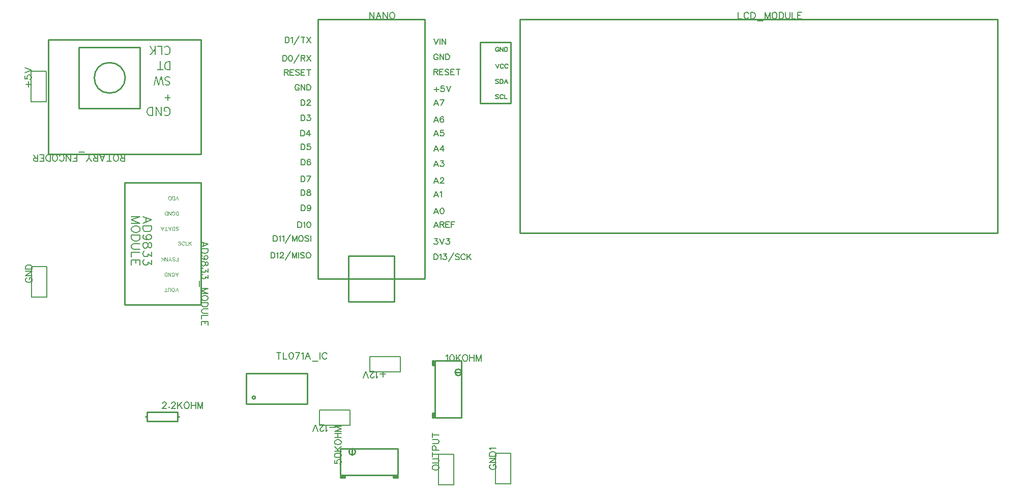
<source format=gto>
G04 Layer: TopSilkLayer*
G04 EasyEDA v6.3.22, 2020-02-07T10:38:26+05:30*
G04 d98ca743bd924faf94c975302ac9eeb7,545d4b8ce55c4096bfffc31d6a5384ca,10*
G04 Gerber Generator version 0.2*
G04 Scale: 100 percent, Rotated: No, Reflected: No *
G04 Dimensions in millimeters *
G04 leading zeros omitted , absolute positions ,3 integer and 3 decimal *
%FSLAX33Y33*%
%MOMM*%
G90*
G71D02*

%ADD10C,0.254000*%
%ADD24C,0.203200*%
%ADD25C,0.202999*%
%ADD26C,0.228600*%
%ADD27C,0.152400*%
%ADD28C,0.100000*%

%LPD*%
G54D24*
G01X87884Y9525D02*
G01X90424Y9525D01*
G01X90424Y4445D01*
G01X87884Y4445D01*
G01X87884Y6350D01*
G54D25*
G01X87884Y9525D02*
G01X87884Y6350D01*
G54D24*
G01X68072Y14351D02*
G01X68072Y16891D01*
G01X73152Y16891D01*
G01X73152Y14351D01*
G01X71247Y14351D01*
G54D25*
G01X68072Y14351D02*
G01X71247Y14351D01*
G54D24*
G01X20193Y40767D02*
G01X22733Y40767D01*
G01X22733Y35687D01*
G01X20193Y35687D01*
G01X20193Y37592D01*
G54D25*
G01X20193Y40767D02*
G01X20193Y37592D01*
G54D24*
G01X20066Y73279D02*
G01X22606Y73279D01*
G01X22606Y68199D01*
G01X20066Y68199D01*
G01X20066Y70104D01*
G54D25*
G01X20066Y73279D02*
G01X20066Y70104D01*
G54D10*
G01X90805Y23124D02*
G01X91186Y23124D01*
G01X91567Y23124D01*
G01X91186Y23124D01*
G01X87335Y25069D02*
G01X91735Y25069D01*
G01X91735Y15569D01*
G01X87335Y15569D01*
G01X87335Y25069D01*
G01X86894Y25069D02*
G01X87094Y25069D01*
G01X87094Y24307D01*
G01X86894Y24307D01*
G01X86894Y25069D01*
G01X86894Y16332D02*
G01X87094Y16332D01*
G01X87094Y15570D01*
G01X86894Y15570D01*
G01X86894Y16332D01*
G01X73522Y9525D02*
G01X73522Y9906D01*
G01X73522Y10287D01*
G01X73522Y9906D01*
G01X71577Y6055D02*
G01X71577Y10455D01*
G01X81077Y10455D01*
G01X81077Y6055D01*
G01X71577Y6055D01*
G01X71577Y5614D02*
G01X71577Y5814D01*
G01X72339Y5814D01*
G01X72339Y5614D01*
G01X71577Y5614D01*
G01X80314Y5614D02*
G01X80314Y5814D01*
G01X81076Y5814D01*
G01X81076Y5614D01*
G01X80314Y5614D01*
G01X67818Y38735D02*
G01X85598Y38735D01*
G01X85598Y38735D02*
G01X85598Y81915D01*
G01X85598Y81915D02*
G01X67818Y81915D01*
G01X67818Y81915D02*
G01X67818Y38735D01*
G01X72898Y42545D02*
G01X72898Y34925D01*
G01X80518Y34925D01*
G01X80518Y42545D01*
G01X72898Y42545D01*
G01X94869Y78105D02*
G01X94869Y67945D01*
G01X99949Y67945D01*
G01X99949Y78105D01*
G01X94869Y78105D01*
G01X101473Y81915D02*
G01X180975Y81915D01*
G01X180975Y46355D01*
G01X101473Y46355D01*
G01X101473Y81915D01*
G01X39370Y16510D02*
G01X44450Y16510D01*
G01X44450Y16510D02*
G01X44450Y15748D01*
G01X44450Y15748D02*
G01X44450Y14986D01*
G01X44450Y14986D02*
G01X39370Y14986D01*
G01X39370Y14986D02*
G01X39370Y15748D01*
G01X39370Y15748D02*
G01X39370Y16510D01*
G01X44450Y15748D02*
G01X44704Y15748D01*
G01X39370Y15748D02*
G01X39116Y15748D01*
G01X48387Y54737D02*
G01X48387Y34417D01*
G01X35687Y34417D01*
G01X35687Y54737D01*
G01X48387Y54737D01*
G54D24*
G01X76454Y23241D02*
G01X76454Y25781D01*
G01X81534Y25781D01*
G01X81534Y23241D01*
G01X79629Y23241D01*
G54D25*
G01X76454Y23241D02*
G01X79629Y23241D01*
G54D10*
G01X48387Y59436D02*
G01X22987Y59436D01*
G01X22987Y78486D01*
G01X48387Y78486D01*
G01X48387Y59436D01*
G01X38227Y67056D02*
G01X28067Y67056D01*
G01X28067Y77216D01*
G01X38227Y77216D01*
G01X38227Y67056D01*
G54D26*
G01X55880Y17907D02*
G01X66040Y17907D01*
G01X66040Y22987D01*
G01X55880Y22987D01*
G01X55880Y17907D01*
G54D24*
G01X97409Y9652D02*
G01X99949Y9652D01*
G01X99949Y4572D01*
G01X97409Y4572D01*
G01X97409Y6477D01*
G54D25*
G01X97409Y9652D02*
G01X97409Y6477D01*
G54D27*
G01X86857Y7170D02*
G01X86908Y7066D01*
G01X87012Y6962D01*
G01X87116Y6908D01*
G01X87274Y6858D01*
G01X87533Y6858D01*
G01X87688Y6908D01*
G01X87792Y6962D01*
G01X87896Y7066D01*
G01X87947Y7170D01*
G01X87947Y7378D01*
G01X87896Y7480D01*
G01X87792Y7584D01*
G01X87688Y7637D01*
G01X87533Y7688D01*
G01X87274Y7688D01*
G01X87116Y7637D01*
G01X87012Y7584D01*
G01X86908Y7480D01*
G01X86857Y7378D01*
G01X86857Y7170D01*
G01X86857Y8031D02*
G01X87637Y8031D01*
G01X87792Y8084D01*
G01X87896Y8188D01*
G01X87947Y8343D01*
G01X87947Y8448D01*
G01X87896Y8602D01*
G01X87792Y8707D01*
G01X87637Y8760D01*
G01X86857Y8760D01*
G01X86857Y9466D02*
G01X87947Y9466D01*
G01X86857Y9103D02*
G01X86857Y9829D01*
G01X86857Y10172D02*
G01X87947Y10172D01*
G01X86857Y10172D02*
G01X86857Y10640D01*
G01X86908Y10795D01*
G01X86961Y10848D01*
G01X87066Y10899D01*
G01X87221Y10899D01*
G01X87325Y10848D01*
G01X87376Y10795D01*
G01X87429Y10640D01*
G01X87429Y10172D01*
G01X86857Y11242D02*
G01X87637Y11242D01*
G01X87792Y11295D01*
G01X87896Y11399D01*
G01X87947Y11554D01*
G01X87947Y11658D01*
G01X87896Y11813D01*
G01X87792Y11917D01*
G01X87637Y11971D01*
G01X86857Y11971D01*
G01X86857Y12677D02*
G01X87947Y12677D01*
G01X86857Y12313D02*
G01X86857Y13040D01*
G01X70739Y13947D02*
G01X69804Y13947D01*
G01X69461Y13533D02*
G01X69357Y13479D01*
G01X69202Y13324D01*
G01X69202Y14414D01*
G01X68806Y13583D02*
G01X68806Y13533D01*
G01X68755Y13428D01*
G01X68701Y13375D01*
G01X68597Y13324D01*
G01X68389Y13324D01*
G01X68287Y13375D01*
G01X68234Y13428D01*
G01X68183Y13533D01*
G01X68183Y13637D01*
G01X68234Y13741D01*
G01X68338Y13896D01*
G01X68859Y14414D01*
G01X68130Y14414D01*
G01X67787Y13324D02*
G01X67373Y14414D01*
G01X66956Y13324D02*
G01X67373Y14414D01*
G01X19425Y38879D02*
G01X19321Y38826D01*
G01X19217Y38722D01*
G01X19166Y38620D01*
G01X19166Y38412D01*
G01X19217Y38308D01*
G01X19321Y38204D01*
G01X19425Y38150D01*
G01X19583Y38100D01*
G01X19842Y38100D01*
G01X19997Y38150D01*
G01X20101Y38204D01*
G01X20205Y38308D01*
G01X20256Y38412D01*
G01X20256Y38620D01*
G01X20205Y38722D01*
G01X20101Y38826D01*
G01X19997Y38879D01*
G01X19842Y38879D01*
G01X19842Y38620D02*
G01X19842Y38879D01*
G01X19166Y39222D02*
G01X20256Y39222D01*
G01X19166Y39222D02*
G01X20256Y39949D01*
G01X19166Y39949D02*
G01X20256Y39949D01*
G01X19166Y40292D02*
G01X20256Y40292D01*
G01X19166Y40292D02*
G01X19166Y40655D01*
G01X19217Y40812D01*
G01X19321Y40916D01*
G01X19425Y40967D01*
G01X19583Y41021D01*
G01X19842Y41021D01*
G01X19997Y40967D01*
G01X20101Y40916D01*
G01X20205Y40812D01*
G01X20256Y40655D01*
G01X20256Y40292D01*
G01X19194Y71079D02*
G01X20129Y71079D01*
G01X19662Y70612D02*
G01X19662Y71546D01*
G01X19039Y72514D02*
G01X19039Y71993D01*
G01X19507Y71942D01*
G01X19456Y71993D01*
G01X19403Y72148D01*
G01X19403Y72306D01*
G01X19456Y72461D01*
G01X19558Y72565D01*
G01X19715Y72618D01*
G01X19819Y72618D01*
G01X19974Y72565D01*
G01X20078Y72461D01*
G01X20129Y72306D01*
G01X20129Y72148D01*
G01X20078Y71993D01*
G01X20027Y71942D01*
G01X19923Y71889D01*
G01X19039Y72961D02*
G01X20129Y73375D01*
G01X19039Y73792D02*
G01X20129Y73375D01*
G01X89154Y25846D02*
G01X89258Y25900D01*
G01X89413Y26055D01*
G01X89413Y24965D01*
G01X90068Y26055D02*
G01X89913Y26004D01*
G01X89809Y25846D01*
G01X89755Y25587D01*
G01X89755Y25432D01*
G01X89809Y25171D01*
G01X89913Y25016D01*
G01X90068Y24965D01*
G01X90172Y24965D01*
G01X90327Y25016D01*
G01X90431Y25171D01*
G01X90484Y25432D01*
G01X90484Y25587D01*
G01X90431Y25846D01*
G01X90327Y26004D01*
G01X90172Y26055D01*
G01X90068Y26055D01*
G01X90827Y26055D02*
G01X90827Y24965D01*
G01X91554Y26055D02*
G01X90827Y25328D01*
G01X91086Y25587D02*
G01X91554Y24965D01*
G01X92209Y26055D02*
G01X92105Y26004D01*
G01X92001Y25900D01*
G01X91948Y25796D01*
G01X91897Y25638D01*
G01X91897Y25379D01*
G01X91948Y25224D01*
G01X92001Y25120D01*
G01X92105Y25016D01*
G01X92209Y24965D01*
G01X92417Y24965D01*
G01X92519Y25016D01*
G01X92623Y25120D01*
G01X92676Y25224D01*
G01X92727Y25379D01*
G01X92727Y25638D01*
G01X92676Y25796D01*
G01X92623Y25900D01*
G01X92519Y26004D01*
G01X92417Y26055D01*
G01X92209Y26055D01*
G01X93070Y26055D02*
G01X93070Y24965D01*
G01X93799Y26055D02*
G01X93799Y24965D01*
G01X93070Y25537D02*
G01X93799Y25537D01*
G01X94142Y26055D02*
G01X94142Y24965D01*
G01X94142Y26055D02*
G01X94556Y24965D01*
G01X94973Y26055D02*
G01X94556Y24965D01*
G01X94973Y26055D02*
G01X94973Y24965D01*
G01X70591Y8496D02*
G01X70591Y7978D01*
G01X71059Y7924D01*
G01X71008Y7978D01*
G01X70955Y8133D01*
G01X70955Y8290D01*
G01X71008Y8445D01*
G01X71109Y8549D01*
G01X71267Y8600D01*
G01X71371Y8600D01*
G01X71526Y8549D01*
G01X71630Y8445D01*
G01X71681Y8290D01*
G01X71681Y8133D01*
G01X71630Y7978D01*
G01X71579Y7924D01*
G01X71475Y7874D01*
G01X70591Y9255D02*
G01X70642Y9100D01*
G01X70800Y8996D01*
G01X71059Y8943D01*
G01X71214Y8943D01*
G01X71475Y8996D01*
G01X71630Y9100D01*
G01X71681Y9255D01*
G01X71681Y9359D01*
G01X71630Y9514D01*
G01X71475Y9618D01*
G01X71214Y9672D01*
G01X71059Y9672D01*
G01X70800Y9618D01*
G01X70642Y9514D01*
G01X70591Y9359D01*
G01X70591Y9255D01*
G01X70591Y10015D02*
G01X71681Y10015D01*
G01X70591Y10741D02*
G01X71318Y10015D01*
G01X71059Y10274D02*
G01X71681Y10741D01*
G01X70591Y11396D02*
G01X70642Y11292D01*
G01X70746Y11188D01*
G01X70850Y11137D01*
G01X71008Y11084D01*
G01X71267Y11084D01*
G01X71422Y11137D01*
G01X71526Y11188D01*
G01X71630Y11292D01*
G01X71681Y11396D01*
G01X71681Y11605D01*
G01X71630Y11709D01*
G01X71526Y11811D01*
G01X71422Y11864D01*
G01X71267Y11915D01*
G01X71008Y11915D01*
G01X70850Y11864D01*
G01X70746Y11811D01*
G01X70642Y11709D01*
G01X70591Y11605D01*
G01X70591Y11396D01*
G01X70591Y12258D02*
G01X71681Y12258D01*
G01X70591Y12987D02*
G01X71681Y12987D01*
G01X71109Y12258D02*
G01X71109Y12987D01*
G01X70591Y13329D02*
G01X71681Y13329D01*
G01X70591Y13329D02*
G01X71681Y13743D01*
G01X70591Y14160D02*
G01X71681Y13743D01*
G01X70591Y14160D02*
G01X71681Y14160D01*
G01X76454Y83068D02*
G01X76454Y81978D01*
G01X76454Y83068D02*
G01X77180Y81978D01*
G01X77180Y83068D02*
G01X77180Y81978D01*
G01X77939Y83068D02*
G01X77523Y81978D01*
G01X77939Y83068D02*
G01X78356Y81978D01*
G01X77680Y82341D02*
G01X78198Y82341D01*
G01X78699Y83068D02*
G01X78699Y81978D01*
G01X78699Y83068D02*
G01X79425Y81978D01*
G01X79425Y83068D02*
G01X79425Y81978D01*
G01X80081Y83068D02*
G01X79976Y83017D01*
G01X79872Y82913D01*
G01X79819Y82809D01*
G01X79768Y82651D01*
G01X79768Y82392D01*
G01X79819Y82237D01*
G01X79872Y82133D01*
G01X79976Y82029D01*
G01X80081Y81978D01*
G01X80289Y81978D01*
G01X80391Y82029D01*
G01X80495Y82133D01*
G01X80548Y82237D01*
G01X80599Y82392D01*
G01X80599Y82651D01*
G01X80548Y82809D01*
G01X80495Y82913D01*
G01X80391Y83017D01*
G01X80289Y83068D01*
G01X80081Y83068D01*
G54D24*
G01X62390Y78935D02*
G01X62390Y77965D01*
G01X62390Y78935D02*
G01X62712Y78935D01*
G01X62852Y78889D01*
G01X62943Y78798D01*
G01X62989Y78704D01*
G01X63037Y78567D01*
G01X63037Y78336D01*
G01X62989Y78196D01*
G01X62943Y78105D01*
G01X62852Y78013D01*
G01X62712Y77965D01*
G01X62390Y77965D01*
G01X63342Y78750D02*
G01X63433Y78798D01*
G01X63571Y78935D01*
G01X63571Y77965D01*
G01X64709Y79121D02*
G01X63875Y77642D01*
G01X65336Y78935D02*
G01X65336Y77965D01*
G01X65013Y78935D02*
G01X65659Y78935D01*
G01X65963Y78935D02*
G01X66611Y77965D01*
G01X66611Y78935D02*
G01X65963Y77965D01*
G01X87815Y75887D02*
G01X87769Y75981D01*
G01X87675Y76073D01*
G01X87584Y76118D01*
G01X87398Y76118D01*
G01X87307Y76073D01*
G01X87213Y75981D01*
G01X87167Y75887D01*
G01X87122Y75750D01*
G01X87122Y75519D01*
G01X87167Y75379D01*
G01X87213Y75288D01*
G01X87307Y75196D01*
G01X87398Y75148D01*
G01X87584Y75148D01*
G01X87675Y75196D01*
G01X87769Y75288D01*
G01X87815Y75379D01*
G01X87815Y75519D01*
G01X87584Y75519D02*
G01X87815Y75519D01*
G01X88120Y76118D02*
G01X88120Y75148D01*
G01X88120Y76118D02*
G01X88765Y75148D01*
G01X88765Y76118D02*
G01X88765Y75148D01*
G01X89070Y76118D02*
G01X89070Y75148D01*
G01X89070Y76118D02*
G01X89395Y76118D01*
G01X89532Y76073D01*
G01X89623Y75981D01*
G01X89672Y75887D01*
G01X89717Y75750D01*
G01X89717Y75519D01*
G01X89672Y75379D01*
G01X89623Y75288D01*
G01X89532Y75196D01*
G01X89395Y75148D01*
G01X89070Y75148D01*
G01X87538Y70647D02*
G01X87538Y69814D01*
G01X87122Y70231D02*
G01X87952Y70231D01*
G01X88811Y70784D02*
G01X88351Y70784D01*
G01X88303Y70370D01*
G01X88351Y70416D01*
G01X88488Y70462D01*
G01X88628Y70462D01*
G01X88765Y70416D01*
G01X88859Y70322D01*
G01X88905Y70185D01*
G01X88905Y70091D01*
G01X88859Y69954D01*
G01X88765Y69862D01*
G01X88628Y69814D01*
G01X88488Y69814D01*
G01X88351Y69862D01*
G01X88303Y69908D01*
G01X88257Y69999D01*
G01X89209Y70784D02*
G01X89578Y69814D01*
G01X89949Y70784D02*
G01X89578Y69814D01*
G01X59997Y43098D02*
G01X59997Y42128D01*
G01X59997Y43098D02*
G01X60319Y43098D01*
G01X60459Y43053D01*
G01X60551Y42961D01*
G01X60596Y42867D01*
G01X60645Y42730D01*
G01X60645Y42499D01*
G01X60596Y42359D01*
G01X60551Y42268D01*
G01X60459Y42176D01*
G01X60319Y42128D01*
G01X59997Y42128D01*
G01X60949Y42913D02*
G01X61041Y42961D01*
G01X61178Y43098D01*
G01X61178Y42128D01*
G01X61531Y42867D02*
G01X61531Y42913D01*
G01X61577Y43007D01*
G01X61622Y43053D01*
G01X61714Y43098D01*
G01X61899Y43098D01*
G01X61991Y43053D01*
G01X62039Y43007D01*
G01X62085Y42913D01*
G01X62085Y42821D01*
G01X62039Y42730D01*
G01X61945Y42590D01*
G01X61483Y42128D01*
G01X62130Y42128D01*
G01X63266Y43284D02*
G01X62435Y41805D01*
G01X63571Y43098D02*
G01X63571Y42128D01*
G01X63571Y43098D02*
G01X63941Y42128D01*
G01X64310Y43098D02*
G01X63941Y42128D01*
G01X64310Y43098D02*
G01X64310Y42128D01*
G01X64615Y43098D02*
G01X64615Y42128D01*
G01X65567Y42961D02*
G01X65473Y43053D01*
G01X65336Y43098D01*
G01X65151Y43098D01*
G01X65013Y43053D01*
G01X64919Y42961D01*
G01X64919Y42867D01*
G01X64965Y42776D01*
G01X65013Y42730D01*
G01X65105Y42684D01*
G01X65382Y42590D01*
G01X65473Y42545D01*
G01X65521Y42499D01*
G01X65567Y42405D01*
G01X65567Y42268D01*
G01X65473Y42176D01*
G01X65336Y42128D01*
G01X65151Y42128D01*
G01X65013Y42176D01*
G01X64919Y42268D01*
G01X66149Y43098D02*
G01X66055Y43053D01*
G01X65963Y42961D01*
G01X65918Y42867D01*
G01X65872Y42730D01*
G01X65872Y42499D01*
G01X65918Y42359D01*
G01X65963Y42268D01*
G01X66055Y42176D01*
G01X66149Y42128D01*
G01X66334Y42128D01*
G01X66426Y42176D01*
G01X66517Y42268D01*
G01X66563Y42359D01*
G01X66611Y42499D01*
G01X66611Y42730D01*
G01X66563Y42867D01*
G01X66517Y42961D01*
G01X66426Y43053D01*
G01X66334Y43098D01*
G01X66149Y43098D01*
G01X87122Y78658D02*
G01X87490Y77688D01*
G01X87861Y78658D02*
G01X87490Y77688D01*
G01X88165Y78658D02*
G01X88165Y77688D01*
G01X88470Y78658D02*
G01X88470Y77688D01*
G01X88470Y78658D02*
G01X89115Y77688D01*
G01X89115Y78658D02*
G01X89115Y77688D01*
G01X87122Y42844D02*
G01X87122Y41874D01*
G01X87122Y42844D02*
G01X87444Y42844D01*
G01X87584Y42799D01*
G01X87675Y42707D01*
G01X87721Y42613D01*
G01X87769Y42476D01*
G01X87769Y42245D01*
G01X87721Y42105D01*
G01X87675Y42014D01*
G01X87584Y41922D01*
G01X87444Y41874D01*
G01X87122Y41874D01*
G01X88074Y42659D02*
G01X88165Y42707D01*
G01X88303Y42844D01*
G01X88303Y41874D01*
G01X88701Y42844D02*
G01X89209Y42844D01*
G01X88933Y42476D01*
G01X89070Y42476D01*
G01X89164Y42430D01*
G01X89209Y42382D01*
G01X89255Y42245D01*
G01X89255Y42151D01*
G01X89209Y42014D01*
G01X89115Y41922D01*
G01X88978Y41874D01*
G01X88839Y41874D01*
G01X88701Y41922D01*
G01X88656Y41968D01*
G01X88607Y42059D01*
G01X90390Y43030D02*
G01X89560Y41551D01*
G01X91343Y42707D02*
G01X91249Y42799D01*
G01X91112Y42844D01*
G01X90926Y42844D01*
G01X90789Y42799D01*
G01X90695Y42707D01*
G01X90695Y42613D01*
G01X90741Y42522D01*
G01X90789Y42476D01*
G01X90881Y42430D01*
G01X91158Y42336D01*
G01X91249Y42291D01*
G01X91297Y42245D01*
G01X91343Y42151D01*
G01X91343Y42014D01*
G01X91249Y41922D01*
G01X91112Y41874D01*
G01X90926Y41874D01*
G01X90789Y41922D01*
G01X90695Y42014D01*
G01X92341Y42613D02*
G01X92293Y42707D01*
G01X92202Y42799D01*
G01X92110Y42844D01*
G01X91925Y42844D01*
G01X91833Y42799D01*
G01X91739Y42707D01*
G01X91694Y42613D01*
G01X91648Y42476D01*
G01X91648Y42245D01*
G01X91694Y42105D01*
G01X91739Y42014D01*
G01X91833Y41922D01*
G01X91925Y41874D01*
G01X92110Y41874D01*
G01X92202Y41922D01*
G01X92293Y42014D01*
G01X92341Y42105D01*
G01X92646Y42844D02*
G01X92646Y41874D01*
G01X93291Y42844D02*
G01X92646Y42199D01*
G01X92875Y42430D02*
G01X93291Y41874D01*
G01X64709Y70807D02*
G01X64663Y70901D01*
G01X64569Y70993D01*
G01X64477Y71038D01*
G01X64292Y71038D01*
G01X64201Y70993D01*
G01X64107Y70901D01*
G01X64061Y70807D01*
G01X64015Y70670D01*
G01X64015Y70439D01*
G01X64061Y70299D01*
G01X64107Y70208D01*
G01X64201Y70116D01*
G01X64292Y70068D01*
G01X64477Y70068D01*
G01X64569Y70116D01*
G01X64663Y70208D01*
G01X64709Y70299D01*
G01X64709Y70439D01*
G01X64477Y70439D02*
G01X64709Y70439D01*
G01X65013Y71038D02*
G01X65013Y70068D01*
G01X65013Y71038D02*
G01X65659Y70068D01*
G01X65659Y71038D02*
G01X65659Y70068D01*
G01X65963Y71038D02*
G01X65963Y70068D01*
G01X65963Y71038D02*
G01X66288Y71038D01*
G01X66426Y70993D01*
G01X66517Y70901D01*
G01X66565Y70807D01*
G01X66611Y70670D01*
G01X66611Y70439D01*
G01X66565Y70299D01*
G01X66517Y70208D01*
G01X66426Y70116D01*
G01X66288Y70068D01*
G01X65963Y70068D01*
G01X61976Y75887D02*
G01X61976Y74917D01*
G01X61976Y75887D02*
G01X62298Y75887D01*
G01X62438Y75841D01*
G01X62529Y75750D01*
G01X62575Y75656D01*
G01X62623Y75519D01*
G01X62623Y75288D01*
G01X62575Y75148D01*
G01X62529Y75057D01*
G01X62438Y74965D01*
G01X62298Y74917D01*
G01X61976Y74917D01*
G01X63205Y75887D02*
G01X63065Y75841D01*
G01X62974Y75702D01*
G01X62928Y75473D01*
G01X62928Y75333D01*
G01X62974Y75102D01*
G01X63065Y74965D01*
G01X63205Y74917D01*
G01X63296Y74917D01*
G01X63436Y74965D01*
G01X63527Y75102D01*
G01X63573Y75333D01*
G01X63573Y75473D01*
G01X63527Y75702D01*
G01X63436Y75841D01*
G01X63296Y75887D01*
G01X63205Y75887D01*
G01X64709Y76073D02*
G01X63878Y74594D01*
G01X65013Y75887D02*
G01X65013Y74917D01*
G01X65013Y75887D02*
G01X65430Y75887D01*
G01X65570Y75841D01*
G01X65615Y75796D01*
G01X65661Y75702D01*
G01X65661Y75610D01*
G01X65615Y75519D01*
G01X65570Y75473D01*
G01X65430Y75425D01*
G01X65013Y75425D01*
G01X65338Y75425D02*
G01X65661Y74917D01*
G01X65966Y75887D02*
G01X66611Y74917D01*
G01X66611Y75887D02*
G01X65966Y74917D01*
G01X62252Y73533D02*
G01X62252Y72562D01*
G01X62252Y73533D02*
G01X62669Y73533D01*
G01X62806Y73487D01*
G01X62852Y73441D01*
G01X62900Y73347D01*
G01X62900Y73256D01*
G01X62852Y73164D01*
G01X62806Y73118D01*
G01X62669Y73070D01*
G01X62252Y73070D01*
G01X62575Y73070D02*
G01X62900Y72562D01*
G01X63205Y73533D02*
G01X63205Y72562D01*
G01X63205Y73533D02*
G01X63804Y73533D01*
G01X63205Y73070D02*
G01X63573Y73070D01*
G01X63205Y72562D02*
G01X63804Y72562D01*
G01X64754Y73395D02*
G01X64663Y73487D01*
G01X64526Y73533D01*
G01X64340Y73533D01*
G01X64201Y73487D01*
G01X64109Y73395D01*
G01X64109Y73301D01*
G01X64155Y73210D01*
G01X64201Y73164D01*
G01X64295Y73118D01*
G01X64571Y73025D01*
G01X64663Y72979D01*
G01X64709Y72933D01*
G01X64754Y72839D01*
G01X64754Y72702D01*
G01X64663Y72610D01*
G01X64526Y72562D01*
G01X64340Y72562D01*
G01X64201Y72610D01*
G01X64109Y72702D01*
G01X65059Y73533D02*
G01X65059Y72562D01*
G01X65059Y73533D02*
G01X65661Y73533D01*
G01X65059Y73070D02*
G01X65430Y73070D01*
G01X65059Y72562D02*
G01X65661Y72562D01*
G01X66288Y73533D02*
G01X66288Y72562D01*
G01X65966Y73533D02*
G01X66611Y73533D01*
G01X65013Y68498D02*
G01X65013Y67528D01*
G01X65013Y68498D02*
G01X65336Y68498D01*
G01X65476Y68453D01*
G01X65567Y68361D01*
G01X65613Y68267D01*
G01X65661Y68130D01*
G01X65661Y67899D01*
G01X65613Y67759D01*
G01X65567Y67668D01*
G01X65476Y67576D01*
G01X65336Y67528D01*
G01X65013Y67528D01*
G01X66012Y68267D02*
G01X66012Y68313D01*
G01X66057Y68407D01*
G01X66103Y68453D01*
G01X66194Y68498D01*
G01X66380Y68498D01*
G01X66474Y68453D01*
G01X66520Y68407D01*
G01X66565Y68313D01*
G01X66565Y68221D01*
G01X66520Y68130D01*
G01X66426Y67990D01*
G01X65966Y67528D01*
G01X66611Y67528D01*
G01X65013Y65958D02*
G01X65013Y64988D01*
G01X65013Y65958D02*
G01X65336Y65958D01*
G01X65476Y65913D01*
G01X65567Y65821D01*
G01X65613Y65727D01*
G01X65661Y65590D01*
G01X65661Y65359D01*
G01X65613Y65219D01*
G01X65567Y65128D01*
G01X65476Y65036D01*
G01X65336Y64988D01*
G01X65013Y64988D01*
G01X66057Y65958D02*
G01X66565Y65958D01*
G01X66288Y65590D01*
G01X66426Y65590D01*
G01X66520Y65544D01*
G01X66565Y65496D01*
G01X66611Y65359D01*
G01X66611Y65265D01*
G01X66565Y65128D01*
G01X66474Y65036D01*
G01X66334Y64988D01*
G01X66194Y64988D01*
G01X66057Y65036D01*
G01X66012Y65082D01*
G01X65966Y65173D01*
G01X64968Y63418D02*
G01X64968Y62448D01*
G01X64968Y63418D02*
G01X65290Y63418D01*
G01X65430Y63373D01*
G01X65521Y63281D01*
G01X65567Y63187D01*
G01X65615Y63050D01*
G01X65615Y62819D01*
G01X65567Y62679D01*
G01X65521Y62588D01*
G01X65430Y62496D01*
G01X65290Y62448D01*
G01X64968Y62448D01*
G01X66380Y63418D02*
G01X65920Y62773D01*
G01X66611Y62773D01*
G01X66380Y63418D02*
G01X66380Y62448D01*
G01X65013Y61132D02*
G01X65013Y60162D01*
G01X65013Y61132D02*
G01X65336Y61132D01*
G01X65476Y61087D01*
G01X65567Y60995D01*
G01X65613Y60901D01*
G01X65661Y60764D01*
G01X65661Y60533D01*
G01X65613Y60393D01*
G01X65567Y60302D01*
G01X65476Y60210D01*
G01X65336Y60162D01*
G01X65013Y60162D01*
G01X66520Y61132D02*
G01X66057Y61132D01*
G01X66012Y60718D01*
G01X66057Y60764D01*
G01X66194Y60810D01*
G01X66334Y60810D01*
G01X66474Y60764D01*
G01X66565Y60670D01*
G01X66611Y60533D01*
G01X66611Y60439D01*
G01X66565Y60302D01*
G01X66474Y60210D01*
G01X66334Y60162D01*
G01X66194Y60162D01*
G01X66057Y60210D01*
G01X66012Y60256D01*
G01X65966Y60347D01*
G01X65059Y58592D02*
G01X65059Y57622D01*
G01X65059Y58592D02*
G01X65382Y58592D01*
G01X65521Y58547D01*
G01X65613Y58455D01*
G01X65659Y58361D01*
G01X65707Y58224D01*
G01X65707Y57993D01*
G01X65659Y57853D01*
G01X65613Y57762D01*
G01X65521Y57670D01*
G01X65382Y57622D01*
G01X65059Y57622D01*
G01X66565Y58455D02*
G01X66520Y58547D01*
G01X66380Y58592D01*
G01X66288Y58592D01*
G01X66149Y58547D01*
G01X66057Y58407D01*
G01X66012Y58178D01*
G01X66012Y57947D01*
G01X66057Y57762D01*
G01X66149Y57670D01*
G01X66288Y57622D01*
G01X66334Y57622D01*
G01X66471Y57670D01*
G01X66565Y57762D01*
G01X66611Y57899D01*
G01X66611Y57947D01*
G01X66565Y58084D01*
G01X66471Y58178D01*
G01X66334Y58224D01*
G01X66288Y58224D01*
G01X66149Y58178D01*
G01X66057Y58084D01*
G01X66012Y57947D01*
G01X65013Y55798D02*
G01X65013Y54828D01*
G01X65013Y55798D02*
G01X65336Y55798D01*
G01X65476Y55753D01*
G01X65567Y55661D01*
G01X65613Y55567D01*
G01X65661Y55430D01*
G01X65661Y55199D01*
G01X65613Y55059D01*
G01X65567Y54968D01*
G01X65476Y54876D01*
G01X65336Y54828D01*
G01X65013Y54828D01*
G01X66611Y55798D02*
G01X66149Y54828D01*
G01X65966Y55798D02*
G01X66611Y55798D01*
G01X65013Y53512D02*
G01X65013Y52542D01*
G01X65013Y53512D02*
G01X65336Y53512D01*
G01X65476Y53467D01*
G01X65567Y53375D01*
G01X65613Y53281D01*
G01X65661Y53144D01*
G01X65661Y52913D01*
G01X65613Y52773D01*
G01X65567Y52682D01*
G01X65476Y52590D01*
G01X65336Y52542D01*
G01X65013Y52542D01*
G01X66194Y53512D02*
G01X66057Y53467D01*
G01X66012Y53375D01*
G01X66012Y53281D01*
G01X66057Y53190D01*
G01X66149Y53144D01*
G01X66334Y53098D01*
G01X66474Y53050D01*
G01X66565Y52959D01*
G01X66611Y52867D01*
G01X66611Y52727D01*
G01X66565Y52636D01*
G01X66520Y52590D01*
G01X66380Y52542D01*
G01X66194Y52542D01*
G01X66057Y52590D01*
G01X66012Y52636D01*
G01X65966Y52727D01*
G01X65966Y52867D01*
G01X66012Y52959D01*
G01X66103Y53050D01*
G01X66243Y53098D01*
G01X66426Y53144D01*
G01X66520Y53190D01*
G01X66565Y53281D01*
G01X66565Y53375D01*
G01X66520Y53467D01*
G01X66380Y53512D01*
G01X66194Y53512D01*
G01X65059Y50972D02*
G01X65059Y50002D01*
G01X65059Y50972D02*
G01X65382Y50972D01*
G01X65521Y50927D01*
G01X65613Y50835D01*
G01X65659Y50741D01*
G01X65707Y50604D01*
G01X65707Y50373D01*
G01X65659Y50233D01*
G01X65613Y50142D01*
G01X65521Y50050D01*
G01X65382Y50002D01*
G01X65059Y50002D01*
G01X66611Y50650D02*
G01X66565Y50510D01*
G01X66471Y50419D01*
G01X66334Y50373D01*
G01X66288Y50373D01*
G01X66149Y50419D01*
G01X66057Y50510D01*
G01X66012Y50650D01*
G01X66012Y50695D01*
G01X66057Y50835D01*
G01X66149Y50927D01*
G01X66288Y50972D01*
G01X66334Y50972D01*
G01X66471Y50927D01*
G01X66565Y50835D01*
G01X66611Y50650D01*
G01X66611Y50419D01*
G01X66565Y50187D01*
G01X66471Y50050D01*
G01X66334Y50002D01*
G01X66240Y50002D01*
G01X66103Y50050D01*
G01X66057Y50142D01*
G01X64477Y48178D02*
G01X64477Y47208D01*
G01X64477Y48178D02*
G01X64800Y48178D01*
G01X64940Y48133D01*
G01X65031Y48041D01*
G01X65077Y47947D01*
G01X65125Y47810D01*
G01X65125Y47579D01*
G01X65077Y47439D01*
G01X65031Y47348D01*
G01X64940Y47256D01*
G01X64800Y47208D01*
G01X64477Y47208D01*
G01X65430Y47993D02*
G01X65521Y48041D01*
G01X65659Y48178D01*
G01X65659Y47208D01*
G01X66243Y48178D02*
G01X66103Y48133D01*
G01X66012Y47993D01*
G01X65963Y47764D01*
G01X65963Y47625D01*
G01X66012Y47393D01*
G01X66103Y47256D01*
G01X66243Y47208D01*
G01X66334Y47208D01*
G01X66471Y47256D01*
G01X66565Y47393D01*
G01X66611Y47625D01*
G01X66611Y47764D01*
G01X66565Y47993D01*
G01X66471Y48133D01*
G01X66334Y48178D01*
G01X66243Y48178D01*
G01X60413Y45892D02*
G01X60413Y44922D01*
G01X60413Y45892D02*
G01X60736Y45892D01*
G01X60876Y45847D01*
G01X60967Y45755D01*
G01X61013Y45661D01*
G01X61061Y45524D01*
G01X61061Y45293D01*
G01X61013Y45153D01*
G01X60967Y45062D01*
G01X60876Y44970D01*
G01X60736Y44922D01*
G01X60413Y44922D01*
G01X61366Y45707D02*
G01X61457Y45755D01*
G01X61595Y45892D01*
G01X61595Y44922D01*
G01X61899Y45707D02*
G01X61993Y45755D01*
G01X62130Y45892D01*
G01X62130Y44922D01*
G01X63268Y46078D02*
G01X62435Y44599D01*
G01X63573Y45892D02*
G01X63573Y44922D01*
G01X63573Y45892D02*
G01X63941Y44922D01*
G01X64312Y45892D02*
G01X63941Y44922D01*
G01X64312Y45892D02*
G01X64312Y44922D01*
G01X64894Y45892D02*
G01X64800Y45847D01*
G01X64709Y45755D01*
G01X64663Y45661D01*
G01X64617Y45524D01*
G01X64617Y45293D01*
G01X64663Y45153D01*
G01X64709Y45062D01*
G01X64800Y44970D01*
G01X64894Y44922D01*
G01X65077Y44922D01*
G01X65171Y44970D01*
G01X65262Y45062D01*
G01X65308Y45153D01*
G01X65354Y45293D01*
G01X65354Y45524D01*
G01X65308Y45661D01*
G01X65262Y45755D01*
G01X65171Y45847D01*
G01X65077Y45892D01*
G01X64894Y45892D01*
G01X66306Y45755D02*
G01X66215Y45847D01*
G01X66075Y45892D01*
G01X65890Y45892D01*
G01X65752Y45847D01*
G01X65659Y45755D01*
G01X65659Y45661D01*
G01X65707Y45570D01*
G01X65752Y45524D01*
G01X65844Y45478D01*
G01X66121Y45384D01*
G01X66215Y45339D01*
G01X66260Y45293D01*
G01X66306Y45199D01*
G01X66306Y45062D01*
G01X66215Y44970D01*
G01X66075Y44922D01*
G01X65890Y44922D01*
G01X65752Y44970D01*
G01X65659Y45062D01*
G01X66611Y45892D02*
G01X66611Y44922D01*
G01X87213Y45384D02*
G01X87721Y45384D01*
G01X87444Y45016D01*
G01X87584Y45016D01*
G01X87675Y44970D01*
G01X87721Y44922D01*
G01X87769Y44785D01*
G01X87769Y44691D01*
G01X87721Y44554D01*
G01X87630Y44462D01*
G01X87490Y44414D01*
G01X87353Y44414D01*
G01X87213Y44462D01*
G01X87167Y44508D01*
G01X87122Y44599D01*
G01X88074Y45384D02*
G01X88442Y44414D01*
G01X88811Y45384D02*
G01X88442Y44414D01*
G01X89209Y45384D02*
G01X89717Y45384D01*
G01X89441Y45016D01*
G01X89578Y45016D01*
G01X89672Y44970D01*
G01X89717Y44922D01*
G01X89763Y44785D01*
G01X89763Y44691D01*
G01X89717Y44554D01*
G01X89623Y44462D01*
G01X89486Y44414D01*
G01X89347Y44414D01*
G01X89209Y44462D01*
G01X89164Y44508D01*
G01X89115Y44599D01*
G01X87490Y48178D02*
G01X87122Y47208D01*
G01X87490Y48178D02*
G01X87861Y47208D01*
G01X87261Y47533D02*
G01X87721Y47533D01*
G01X88165Y48178D02*
G01X88165Y47208D01*
G01X88165Y48178D02*
G01X88582Y48178D01*
G01X88719Y48133D01*
G01X88765Y48087D01*
G01X88811Y47993D01*
G01X88811Y47901D01*
G01X88765Y47810D01*
G01X88719Y47764D01*
G01X88582Y47716D01*
G01X88165Y47716D01*
G01X88488Y47716D02*
G01X88811Y47208D01*
G01X89115Y48178D02*
G01X89115Y47208D01*
G01X89115Y48178D02*
G01X89717Y48178D01*
G01X89115Y47716D02*
G01X89486Y47716D01*
G01X89115Y47208D02*
G01X89717Y47208D01*
G01X90022Y48178D02*
G01X90022Y47208D01*
G01X90022Y48178D02*
G01X90622Y48178D01*
G01X90022Y47716D02*
G01X90390Y47716D01*
G01X87490Y50464D02*
G01X87122Y49494D01*
G01X87490Y50464D02*
G01X87861Y49494D01*
G01X87261Y49819D02*
G01X87721Y49819D01*
G01X88442Y50464D02*
G01X88303Y50419D01*
G01X88211Y50279D01*
G01X88165Y50050D01*
G01X88165Y49911D01*
G01X88211Y49679D01*
G01X88303Y49542D01*
G01X88442Y49494D01*
G01X88534Y49494D01*
G01X88673Y49542D01*
G01X88765Y49679D01*
G01X88811Y49911D01*
G01X88811Y50050D01*
G01X88765Y50279D01*
G01X88673Y50419D01*
G01X88534Y50464D01*
G01X88442Y50464D01*
G01X87490Y53258D02*
G01X87122Y52288D01*
G01X87490Y53258D02*
G01X87861Y52288D01*
G01X87261Y52613D02*
G01X87721Y52613D01*
G01X88165Y53073D02*
G01X88257Y53121D01*
G01X88397Y53258D01*
G01X88397Y52288D01*
G01X87490Y55544D02*
G01X87122Y54574D01*
G01X87490Y55544D02*
G01X87861Y54574D01*
G01X87261Y54899D02*
G01X87721Y54899D01*
G01X88211Y55313D02*
G01X88211Y55359D01*
G01X88257Y55453D01*
G01X88303Y55499D01*
G01X88397Y55544D01*
G01X88582Y55544D01*
G01X88673Y55499D01*
G01X88719Y55453D01*
G01X88765Y55359D01*
G01X88765Y55267D01*
G01X88719Y55176D01*
G01X88628Y55036D01*
G01X88165Y54574D01*
G01X88811Y54574D01*
G01X87490Y58338D02*
G01X87122Y57368D01*
G01X87490Y58338D02*
G01X87861Y57368D01*
G01X87261Y57693D02*
G01X87721Y57693D01*
G01X88257Y58338D02*
G01X88765Y58338D01*
G01X88488Y57970D01*
G01X88628Y57970D01*
G01X88719Y57924D01*
G01X88765Y57876D01*
G01X88811Y57739D01*
G01X88811Y57645D01*
G01X88765Y57508D01*
G01X88673Y57416D01*
G01X88534Y57368D01*
G01X88397Y57368D01*
G01X88257Y57416D01*
G01X88211Y57462D01*
G01X88165Y57553D01*
G01X87490Y60878D02*
G01X87122Y59908D01*
G01X87490Y60878D02*
G01X87861Y59908D01*
G01X87261Y60233D02*
G01X87721Y60233D01*
G01X88628Y60878D02*
G01X88165Y60233D01*
G01X88859Y60233D01*
G01X88628Y60878D02*
G01X88628Y59908D01*
G01X87490Y63418D02*
G01X87122Y62448D01*
G01X87490Y63418D02*
G01X87861Y62448D01*
G01X87261Y62773D02*
G01X87721Y62773D01*
G01X88719Y63418D02*
G01X88257Y63418D01*
G01X88211Y63004D01*
G01X88257Y63050D01*
G01X88397Y63096D01*
G01X88534Y63096D01*
G01X88673Y63050D01*
G01X88765Y62956D01*
G01X88811Y62819D01*
G01X88811Y62725D01*
G01X88765Y62588D01*
G01X88673Y62496D01*
G01X88534Y62448D01*
G01X88397Y62448D01*
G01X88257Y62496D01*
G01X88211Y62542D01*
G01X88165Y62633D01*
G01X87490Y65704D02*
G01X87122Y64734D01*
G01X87490Y65704D02*
G01X87861Y64734D01*
G01X87261Y65059D02*
G01X87721Y65059D01*
G01X88719Y65567D02*
G01X88673Y65659D01*
G01X88534Y65704D01*
G01X88442Y65704D01*
G01X88303Y65659D01*
G01X88211Y65519D01*
G01X88165Y65290D01*
G01X88165Y65059D01*
G01X88211Y64874D01*
G01X88303Y64782D01*
G01X88442Y64734D01*
G01X88488Y64734D01*
G01X88628Y64782D01*
G01X88719Y64874D01*
G01X88765Y65011D01*
G01X88765Y65059D01*
G01X88719Y65196D01*
G01X88628Y65290D01*
G01X88488Y65336D01*
G01X88442Y65336D01*
G01X88303Y65290D01*
G01X88211Y65196D01*
G01X88165Y65059D01*
G01X87490Y68498D02*
G01X87122Y67528D01*
G01X87490Y68498D02*
G01X87861Y67528D01*
G01X87261Y67853D02*
G01X87721Y67853D01*
G01X88811Y68498D02*
G01X88351Y67528D01*
G01X88165Y68498D02*
G01X88811Y68498D01*
G01X87122Y73578D02*
G01X87122Y72608D01*
G01X87122Y73578D02*
G01X87538Y73578D01*
G01X87675Y73533D01*
G01X87721Y73487D01*
G01X87769Y73393D01*
G01X87769Y73301D01*
G01X87721Y73210D01*
G01X87675Y73164D01*
G01X87538Y73116D01*
G01X87122Y73116D01*
G01X87444Y73116D02*
G01X87769Y72608D01*
G01X88074Y73578D02*
G01X88074Y72608D01*
G01X88074Y73578D02*
G01X88673Y73578D01*
G01X88074Y73116D02*
G01X88442Y73116D01*
G01X88074Y72608D02*
G01X88673Y72608D01*
G01X89623Y73441D02*
G01X89532Y73533D01*
G01X89395Y73578D01*
G01X89209Y73578D01*
G01X89070Y73533D01*
G01X88978Y73441D01*
G01X88978Y73347D01*
G01X89024Y73256D01*
G01X89070Y73210D01*
G01X89164Y73164D01*
G01X89441Y73070D01*
G01X89532Y73025D01*
G01X89578Y72979D01*
G01X89623Y72885D01*
G01X89623Y72748D01*
G01X89532Y72656D01*
G01X89395Y72608D01*
G01X89209Y72608D01*
G01X89070Y72656D01*
G01X88978Y72748D01*
G01X89928Y73578D02*
G01X89928Y72608D01*
G01X89928Y73578D02*
G01X90530Y73578D01*
G01X89928Y73116D02*
G01X90299Y73116D01*
G01X89928Y72608D02*
G01X90530Y72608D01*
G01X91158Y73578D02*
G01X91158Y72608D01*
G01X90835Y73578D02*
G01X91480Y73578D01*
G54D27*
G01X137795Y83068D02*
G01X137795Y81978D01*
G01X137795Y81978D02*
G01X138417Y81978D01*
G01X139539Y82809D02*
G01X139489Y82913D01*
G01X139385Y83017D01*
G01X139280Y83068D01*
G01X139072Y83068D01*
G01X138968Y83017D01*
G01X138864Y82913D01*
G01X138813Y82809D01*
G01X138760Y82651D01*
G01X138760Y82392D01*
G01X138813Y82237D01*
G01X138864Y82133D01*
G01X138968Y82029D01*
G01X139072Y81978D01*
G01X139280Y81978D01*
G01X139385Y82029D01*
G01X139489Y82133D01*
G01X139539Y82237D01*
G01X139882Y83068D02*
G01X139882Y81978D01*
G01X139882Y83068D02*
G01X140246Y83068D01*
G01X140403Y83017D01*
G01X140507Y82913D01*
G01X140558Y82809D01*
G01X140611Y82651D01*
G01X140611Y82392D01*
G01X140558Y82237D01*
G01X140507Y82133D01*
G01X140403Y82029D01*
G01X140246Y81978D01*
G01X139882Y81978D01*
G01X140954Y81612D02*
G01X141889Y81612D01*
G01X142232Y83068D02*
G01X142232Y81978D01*
G01X142232Y83068D02*
G01X142646Y81978D01*
G01X143062Y83068D02*
G01X142646Y81978D01*
G01X143062Y83068D02*
G01X143062Y81978D01*
G01X143718Y83068D02*
G01X143614Y83017D01*
G01X143510Y82913D01*
G01X143459Y82809D01*
G01X143405Y82651D01*
G01X143405Y82392D01*
G01X143459Y82237D01*
G01X143510Y82133D01*
G01X143614Y82029D01*
G01X143718Y81978D01*
G01X143926Y81978D01*
G01X144030Y82029D01*
G01X144132Y82133D01*
G01X144185Y82237D01*
G01X144236Y82392D01*
G01X144236Y82651D01*
G01X144185Y82809D01*
G01X144132Y82913D01*
G01X144030Y83017D01*
G01X143926Y83068D01*
G01X143718Y83068D01*
G01X144579Y83068D02*
G01X144579Y81978D01*
G01X144579Y83068D02*
G01X144945Y83068D01*
G01X145100Y83017D01*
G01X145204Y82913D01*
G01X145254Y82809D01*
G01X145308Y82651D01*
G01X145308Y82392D01*
G01X145254Y82237D01*
G01X145204Y82133D01*
G01X145100Y82029D01*
G01X144945Y81978D01*
G01X144579Y81978D01*
G01X145651Y83068D02*
G01X145651Y82288D01*
G01X145702Y82133D01*
G01X145806Y82029D01*
G01X145961Y81978D01*
G01X146065Y81978D01*
G01X146222Y82029D01*
G01X146326Y82133D01*
G01X146377Y82288D01*
G01X146377Y83068D01*
G01X146720Y83068D02*
G01X146720Y81978D01*
G01X146720Y81978D02*
G01X147345Y81978D01*
G01X147688Y83068D02*
G01X147688Y81978D01*
G01X147688Y83068D02*
G01X148361Y83068D01*
G01X147688Y82550D02*
G01X148102Y82550D01*
G01X147688Y81978D02*
G01X148361Y81978D01*
G54D24*
G01X97929Y77076D02*
G01X97894Y77147D01*
G01X97825Y77216D01*
G01X97754Y77251D01*
G01X97617Y77251D01*
G01X97548Y77216D01*
G01X97477Y77147D01*
G01X97444Y77076D01*
G01X97409Y76974D01*
G01X97409Y76799D01*
G01X97444Y76695D01*
G01X97477Y76626D01*
G01X97548Y76558D01*
G01X97617Y76522D01*
G01X97754Y76522D01*
G01X97825Y76558D01*
G01X97894Y76626D01*
G01X97929Y76695D01*
G01X97929Y76799D01*
G01X97754Y76799D02*
G01X97929Y76799D01*
G01X98158Y77251D02*
G01X98158Y76522D01*
G01X98158Y77251D02*
G01X98640Y76522D01*
G01X98640Y77251D02*
G01X98640Y76522D01*
G01X98869Y77251D02*
G01X98869Y76522D01*
G01X98869Y77251D02*
G01X99113Y77251D01*
G01X99217Y77216D01*
G01X99286Y77147D01*
G01X99321Y77076D01*
G01X99354Y76974D01*
G01X99354Y76799D01*
G01X99321Y76695D01*
G01X99286Y76626D01*
G01X99217Y76558D01*
G01X99113Y76522D01*
G01X98869Y76522D01*
G01X97409Y74457D02*
G01X97685Y73728D01*
G01X97962Y74457D02*
G01X97685Y73728D01*
G01X98712Y74282D02*
G01X98676Y74353D01*
G01X98607Y74422D01*
G01X98539Y74457D01*
G01X98399Y74457D01*
G01X98331Y74422D01*
G01X98259Y74353D01*
G01X98226Y74282D01*
G01X98191Y74180D01*
G01X98191Y74005D01*
G01X98226Y73901D01*
G01X98259Y73832D01*
G01X98331Y73764D01*
G01X98399Y73728D01*
G01X98539Y73728D01*
G01X98607Y73764D01*
G01X98676Y73832D01*
G01X98712Y73901D01*
G01X99458Y74282D02*
G01X99425Y74353D01*
G01X99354Y74422D01*
G01X99286Y74457D01*
G01X99148Y74457D01*
G01X99077Y74422D01*
G01X99009Y74353D01*
G01X98973Y74282D01*
G01X98940Y74180D01*
G01X98940Y74005D01*
G01X98973Y73901D01*
G01X99009Y73832D01*
G01X99077Y73764D01*
G01X99148Y73728D01*
G01X99286Y73728D01*
G01X99354Y73764D01*
G01X99425Y73832D01*
G01X99458Y73901D01*
G01X97894Y71813D02*
G01X97825Y71882D01*
G01X97721Y71917D01*
G01X97581Y71917D01*
G01X97477Y71882D01*
G01X97409Y71813D01*
G01X97409Y71742D01*
G01X97444Y71673D01*
G01X97477Y71640D01*
G01X97548Y71605D01*
G01X97754Y71536D01*
G01X97825Y71501D01*
G01X97858Y71465D01*
G01X97894Y71396D01*
G01X97894Y71292D01*
G01X97825Y71224D01*
G01X97721Y71188D01*
G01X97581Y71188D01*
G01X97477Y71224D01*
G01X97409Y71292D01*
G01X98122Y71917D02*
G01X98122Y71188D01*
G01X98122Y71917D02*
G01X98364Y71917D01*
G01X98468Y71882D01*
G01X98539Y71813D01*
G01X98572Y71742D01*
G01X98607Y71640D01*
G01X98607Y71465D01*
G01X98572Y71361D01*
G01X98539Y71292D01*
G01X98468Y71224D01*
G01X98364Y71188D01*
G01X98122Y71188D01*
G01X99113Y71917D02*
G01X98836Y71188D01*
G01X99113Y71917D02*
G01X99390Y71188D01*
G01X98940Y71432D02*
G01X99286Y71432D01*
G01X97894Y69273D02*
G01X97825Y69342D01*
G01X97721Y69377D01*
G01X97581Y69377D01*
G01X97477Y69342D01*
G01X97409Y69273D01*
G01X97409Y69202D01*
G01X97444Y69133D01*
G01X97477Y69100D01*
G01X97548Y69065D01*
G01X97754Y68996D01*
G01X97825Y68961D01*
G01X97858Y68925D01*
G01X97894Y68856D01*
G01X97894Y68752D01*
G01X97825Y68684D01*
G01X97721Y68648D01*
G01X97581Y68648D01*
G01X97477Y68684D01*
G01X97409Y68752D01*
G01X98640Y69202D02*
G01X98607Y69273D01*
G01X98539Y69342D01*
G01X98468Y69377D01*
G01X98331Y69377D01*
G01X98259Y69342D01*
G01X98191Y69273D01*
G01X98158Y69202D01*
G01X98122Y69100D01*
G01X98122Y68925D01*
G01X98158Y68821D01*
G01X98191Y68752D01*
G01X98259Y68684D01*
G01X98331Y68648D01*
G01X98468Y68648D01*
G01X98539Y68684D01*
G01X98607Y68752D01*
G01X98640Y68821D01*
G01X98869Y69377D02*
G01X98869Y68648D01*
G01X98869Y68648D02*
G01X99286Y68648D01*
G54D27*
G01X41960Y17912D02*
G01X41960Y17962D01*
G01X42014Y18067D01*
G01X42064Y18120D01*
G01X42169Y18171D01*
G01X42377Y18171D01*
G01X42481Y18120D01*
G01X42532Y18067D01*
G01X42585Y17962D01*
G01X42585Y17858D01*
G01X42532Y17754D01*
G01X42430Y17599D01*
G01X41910Y17081D01*
G01X42636Y17081D01*
G01X43032Y17340D02*
G01X42979Y17287D01*
G01X43032Y17236D01*
G01X43083Y17287D01*
G01X43032Y17340D01*
G01X43479Y17912D02*
G01X43479Y17962D01*
G01X43530Y18067D01*
G01X43583Y18120D01*
G01X43688Y18171D01*
G01X43893Y18171D01*
G01X43997Y18120D01*
G01X44051Y18067D01*
G01X44102Y17962D01*
G01X44102Y17858D01*
G01X44051Y17754D01*
G01X43947Y17599D01*
G01X43426Y17081D01*
G01X44155Y17081D01*
G01X44498Y18171D02*
G01X44498Y17081D01*
G01X45224Y18171D02*
G01X44498Y17444D01*
G01X44757Y17703D02*
G01X45224Y17081D01*
G01X45880Y18171D02*
G01X45775Y18120D01*
G01X45671Y18016D01*
G01X45618Y17912D01*
G01X45567Y17754D01*
G01X45567Y17495D01*
G01X45618Y17340D01*
G01X45671Y17236D01*
G01X45775Y17132D01*
G01X45880Y17081D01*
G01X46088Y17081D01*
G01X46189Y17132D01*
G01X46294Y17236D01*
G01X46347Y17340D01*
G01X46398Y17495D01*
G01X46398Y17754D01*
G01X46347Y17912D01*
G01X46294Y18016D01*
G01X46189Y18120D01*
G01X46088Y18171D01*
G01X45880Y18171D01*
G01X46741Y18171D02*
G01X46741Y17081D01*
G01X47470Y18171D02*
G01X47470Y17081D01*
G01X46741Y17653D02*
G01X47470Y17653D01*
G01X47812Y18171D02*
G01X47812Y17081D01*
G01X47812Y18171D02*
G01X48226Y17081D01*
G01X48643Y18171D02*
G01X48226Y17081D01*
G01X48643Y18171D02*
G01X48643Y17081D01*
G01X49540Y44414D02*
G01X48450Y44831D01*
G01X49540Y44414D02*
G01X48450Y44000D01*
G01X48813Y44676D02*
G01X48813Y44155D01*
G01X49540Y43657D02*
G01X48450Y43657D01*
G01X49540Y43657D02*
G01X49540Y43294D01*
G01X49489Y43136D01*
G01X49385Y43032D01*
G01X49281Y42981D01*
G01X49123Y42928D01*
G01X48864Y42928D01*
G01X48709Y42981D01*
G01X48605Y43032D01*
G01X48501Y43136D01*
G01X48450Y43294D01*
G01X48450Y43657D01*
G01X49176Y41910D02*
G01X49022Y41963D01*
G01X48917Y42067D01*
G01X48864Y42222D01*
G01X48864Y42275D01*
G01X48917Y42430D01*
G01X49022Y42534D01*
G01X49176Y42585D01*
G01X49227Y42585D01*
G01X49385Y42534D01*
G01X49489Y42430D01*
G01X49540Y42275D01*
G01X49540Y42222D01*
G01X49489Y42067D01*
G01X49385Y41963D01*
G01X49176Y41910D01*
G01X48917Y41910D01*
G01X48656Y41963D01*
G01X48501Y42067D01*
G01X48450Y42222D01*
G01X48450Y42326D01*
G01X48501Y42481D01*
G01X48605Y42534D01*
G01X49540Y41308D02*
G01X49489Y41465D01*
G01X49385Y41516D01*
G01X49281Y41516D01*
G01X49176Y41465D01*
G01X49123Y41361D01*
G01X49072Y41153D01*
G01X49022Y40995D01*
G01X48917Y40894D01*
G01X48813Y40840D01*
G01X48656Y40840D01*
G01X48552Y40894D01*
G01X48501Y40944D01*
G01X48450Y41099D01*
G01X48450Y41308D01*
G01X48501Y41465D01*
G01X48552Y41516D01*
G01X48656Y41567D01*
G01X48813Y41567D01*
G01X48917Y41516D01*
G01X49022Y41412D01*
G01X49072Y41257D01*
G01X49123Y41048D01*
G01X49176Y40944D01*
G01X49281Y40894D01*
G01X49385Y40894D01*
G01X49489Y40944D01*
G01X49540Y41099D01*
G01X49540Y41308D01*
G01X49540Y40393D02*
G01X49540Y39822D01*
G01X49123Y40134D01*
G01X49123Y39979D01*
G01X49072Y39875D01*
G01X49022Y39822D01*
G01X48864Y39771D01*
G01X48760Y39771D01*
G01X48605Y39822D01*
G01X48501Y39926D01*
G01X48450Y40081D01*
G01X48450Y40238D01*
G01X48501Y40393D01*
G01X48552Y40446D01*
G01X48656Y40497D01*
G01X49540Y39324D02*
G01X49540Y38752D01*
G01X49123Y39065D01*
G01X49123Y38907D01*
G01X49072Y38803D01*
G01X49022Y38752D01*
G01X48864Y38699D01*
G01X48760Y38699D01*
G01X48605Y38752D01*
G01X48501Y38856D01*
G01X48450Y39011D01*
G01X48450Y39166D01*
G01X48501Y39324D01*
G01X48552Y39375D01*
G01X48656Y39428D01*
G01X48084Y38356D02*
G01X48084Y37421D01*
G01X49540Y37078D02*
G01X48450Y37078D01*
G01X49540Y37078D02*
G01X48450Y36664D01*
G01X49540Y36248D02*
G01X48450Y36664D01*
G01X49540Y36248D02*
G01X48450Y36248D01*
G01X49540Y35593D02*
G01X49489Y35697D01*
G01X49385Y35801D01*
G01X49281Y35852D01*
G01X49123Y35905D01*
G01X48864Y35905D01*
G01X48709Y35852D01*
G01X48605Y35801D01*
G01X48501Y35697D01*
G01X48450Y35593D01*
G01X48450Y35384D01*
G01X48501Y35280D01*
G01X48605Y35179D01*
G01X48709Y35125D01*
G01X48864Y35074D01*
G01X49123Y35074D01*
G01X49281Y35125D01*
G01X49385Y35179D01*
G01X49489Y35280D01*
G01X49540Y35384D01*
G01X49540Y35593D01*
G01X49540Y34731D02*
G01X48450Y34731D01*
G01X49540Y34731D02*
G01X49540Y34366D01*
G01X49489Y34211D01*
G01X49385Y34107D01*
G01X49281Y34056D01*
G01X49123Y34002D01*
G01X48864Y34002D01*
G01X48709Y34056D01*
G01X48605Y34107D01*
G01X48501Y34211D01*
G01X48450Y34366D01*
G01X48450Y34731D01*
G01X49540Y33660D02*
G01X48760Y33660D01*
G01X48605Y33609D01*
G01X48501Y33505D01*
G01X48450Y33350D01*
G01X48450Y33246D01*
G01X48501Y33088D01*
G01X48605Y32984D01*
G01X48760Y32933D01*
G01X49540Y32933D01*
G01X49540Y32590D02*
G01X48450Y32590D01*
G01X48450Y32590D02*
G01X48450Y31965D01*
G01X49540Y31623D02*
G01X48450Y31623D01*
G01X49540Y31623D02*
G01X49540Y30949D01*
G01X49022Y31623D02*
G01X49022Y31208D01*
G01X48450Y31623D02*
G01X48450Y30949D01*
G54D28*
G01X44577Y51846D02*
G01X44345Y52451D01*
G01X44114Y51846D02*
G01X44345Y52451D01*
G01X43924Y51846D02*
G01X43924Y52451D01*
G01X43924Y51846D02*
G01X43723Y51846D01*
G01X43637Y51874D01*
G01X43578Y51932D01*
G01X43548Y51988D01*
G01X43520Y52077D01*
G01X43520Y52219D01*
G01X43548Y52306D01*
G01X43578Y52364D01*
G01X43637Y52423D01*
G01X43723Y52451D01*
G01X43924Y52451D01*
G01X43329Y51846D02*
G01X43329Y52451D01*
G01X43329Y51846D02*
G01X43129Y51846D01*
G01X43040Y51874D01*
G01X42984Y51932D01*
G01X42953Y51988D01*
G01X42926Y52077D01*
G01X42926Y52219D01*
G01X42953Y52306D01*
G01X42984Y52364D01*
G01X43040Y52423D01*
G01X43129Y52451D01*
G01X43329Y52451D01*
G01X44577Y49306D02*
G01X44577Y49911D01*
G01X44577Y49306D02*
G01X44373Y49306D01*
G01X44287Y49334D01*
G01X44231Y49392D01*
G01X44201Y49448D01*
G01X44173Y49537D01*
G01X44173Y49679D01*
G01X44201Y49766D01*
G01X44231Y49824D01*
G01X44287Y49883D01*
G01X44373Y49911D01*
G01X44577Y49911D01*
G01X43548Y49448D02*
G01X43578Y49392D01*
G01X43637Y49334D01*
G01X43693Y49306D01*
G01X43809Y49306D01*
G01X43865Y49334D01*
G01X43924Y49392D01*
G01X43954Y49448D01*
G01X43982Y49537D01*
G01X43982Y49679D01*
G01X43954Y49766D01*
G01X43924Y49824D01*
G01X43865Y49883D01*
G01X43809Y49911D01*
G01X43693Y49911D01*
G01X43637Y49883D01*
G01X43578Y49824D01*
G01X43548Y49766D01*
G01X43548Y49679D01*
G01X43693Y49679D02*
G01X43548Y49679D01*
G01X43357Y49306D02*
G01X43357Y49911D01*
G01X43357Y49306D02*
G01X42953Y49911D01*
G01X42953Y49306D02*
G01X42953Y49911D01*
G01X42763Y49306D02*
G01X42763Y49911D01*
G01X42763Y49306D02*
G01X42562Y49306D01*
G01X42476Y49334D01*
G01X42418Y49392D01*
G01X42390Y49448D01*
G01X42359Y49537D01*
G01X42359Y49679D01*
G01X42390Y49766D01*
G01X42418Y49824D01*
G01X42476Y49883D01*
G01X42562Y49911D01*
G01X42763Y49911D01*
G01X44173Y46852D02*
G01X44231Y46794D01*
G01X44317Y46766D01*
G01X44432Y46766D01*
G01X44518Y46794D01*
G01X44577Y46852D01*
G01X44577Y46908D01*
G01X44549Y46967D01*
G01X44518Y46997D01*
G01X44462Y47025D01*
G01X44287Y47083D01*
G01X44231Y47111D01*
G01X44201Y47139D01*
G01X44173Y47198D01*
G01X44173Y47284D01*
G01X44231Y47343D01*
G01X44317Y47371D01*
G01X44432Y47371D01*
G01X44518Y47343D01*
G01X44577Y47284D01*
G01X43982Y46766D02*
G01X43982Y47371D01*
G01X43982Y46766D02*
G01X43779Y46766D01*
G01X43693Y46794D01*
G01X43637Y46852D01*
G01X43606Y46908D01*
G01X43578Y46997D01*
G01X43578Y47139D01*
G01X43606Y47226D01*
G01X43637Y47284D01*
G01X43693Y47343D01*
G01X43779Y47371D01*
G01X43982Y47371D01*
G01X43157Y46766D02*
G01X43388Y47371D01*
G01X43157Y46766D02*
G01X42926Y47371D01*
G01X43301Y47170D02*
G01X43012Y47170D01*
G01X42532Y46766D02*
G01X42532Y47371D01*
G01X42735Y46766D02*
G01X42331Y46766D01*
G01X41910Y46766D02*
G01X42141Y47371D01*
G01X41910Y46766D02*
G01X41678Y47371D01*
G01X42054Y47170D02*
G01X41765Y47170D01*
G01X44980Y44831D02*
G01X44922Y44889D01*
G01X44836Y44917D01*
G01X44721Y44917D01*
G01X44635Y44889D01*
G01X44577Y44831D01*
G01X44577Y44775D01*
G01X44604Y44716D01*
G01X44635Y44686D01*
G01X44691Y44658D01*
G01X44866Y44599D01*
G01X44922Y44571D01*
G01X44952Y44543D01*
G01X44980Y44485D01*
G01X44980Y44399D01*
G01X44922Y44340D01*
G01X44836Y44312D01*
G01X44721Y44312D01*
G01X44635Y44340D01*
G01X44577Y44399D01*
G01X45605Y44775D02*
G01X45575Y44831D01*
G01X45516Y44889D01*
G01X45460Y44917D01*
G01X45344Y44917D01*
G01X45288Y44889D01*
G01X45229Y44831D01*
G01X45199Y44775D01*
G01X45171Y44686D01*
G01X45171Y44543D01*
G01X45199Y44457D01*
G01X45229Y44399D01*
G01X45288Y44340D01*
G01X45344Y44312D01*
G01X45460Y44312D01*
G01X45516Y44340D01*
G01X45575Y44399D01*
G01X45605Y44457D01*
G01X45796Y44917D02*
G01X45796Y44312D01*
G01X45796Y44312D02*
G01X46141Y44312D01*
G01X46332Y44917D02*
G01X46332Y44312D01*
G01X46736Y44917D02*
G01X46332Y44513D01*
G01X46476Y44658D02*
G01X46736Y44312D01*
G01X44577Y41686D02*
G01X44577Y42291D01*
G01X44577Y41686D02*
G01X44201Y41686D01*
G01X44577Y41973D02*
G01X44345Y41973D01*
G01X43606Y41772D02*
G01X43665Y41714D01*
G01X43751Y41686D01*
G01X43865Y41686D01*
G01X43954Y41714D01*
G01X44010Y41772D01*
G01X44010Y41828D01*
G01X43982Y41887D01*
G01X43954Y41917D01*
G01X43896Y41945D01*
G01X43723Y42003D01*
G01X43665Y42031D01*
G01X43637Y42059D01*
G01X43606Y42118D01*
G01X43606Y42204D01*
G01X43665Y42263D01*
G01X43751Y42291D01*
G01X43865Y42291D01*
G01X43954Y42263D01*
G01X44010Y42204D01*
G01X43416Y41686D02*
G01X43185Y41973D01*
G01X43185Y42291D01*
G01X42953Y41686D02*
G01X43185Y41973D01*
G01X42763Y41686D02*
G01X42763Y42291D01*
G01X42763Y41686D02*
G01X42359Y42291D01*
G01X42359Y41686D02*
G01X42359Y42291D01*
G01X42169Y41686D02*
G01X42169Y42291D01*
G01X41765Y41686D02*
G01X42169Y42090D01*
G01X42024Y41945D02*
G01X41765Y42291D01*
G01X44345Y39146D02*
G01X44577Y39751D01*
G01X44345Y39146D02*
G01X44114Y39751D01*
G01X44490Y39550D02*
G01X44201Y39550D01*
G01X43492Y39288D02*
G01X43520Y39232D01*
G01X43578Y39174D01*
G01X43637Y39146D01*
G01X43751Y39146D01*
G01X43809Y39174D01*
G01X43865Y39232D01*
G01X43896Y39288D01*
G01X43924Y39377D01*
G01X43924Y39519D01*
G01X43896Y39606D01*
G01X43865Y39664D01*
G01X43809Y39723D01*
G01X43751Y39751D01*
G01X43637Y39751D01*
G01X43578Y39723D01*
G01X43520Y39664D01*
G01X43492Y39606D01*
G01X43492Y39519D01*
G01X43637Y39519D02*
G01X43492Y39519D01*
G01X43301Y39146D02*
G01X43301Y39751D01*
G01X43301Y39146D02*
G01X42898Y39751D01*
G01X42898Y39146D02*
G01X42898Y39751D01*
G01X42707Y39146D02*
G01X42707Y39751D01*
G01X42707Y39146D02*
G01X42504Y39146D01*
G01X42418Y39174D01*
G01X42359Y39232D01*
G01X42331Y39288D01*
G01X42303Y39377D01*
G01X42303Y39519D01*
G01X42331Y39606D01*
G01X42359Y39664D01*
G01X42418Y39723D01*
G01X42504Y39751D01*
G01X42707Y39751D01*
G01X44577Y36606D02*
G01X44345Y37211D01*
G01X44114Y36606D02*
G01X44345Y37211D01*
G01X43751Y36606D02*
G01X43809Y36634D01*
G01X43865Y36692D01*
G01X43896Y36748D01*
G01X43924Y36837D01*
G01X43924Y36979D01*
G01X43896Y37066D01*
G01X43865Y37124D01*
G01X43809Y37183D01*
G01X43751Y37211D01*
G01X43637Y37211D01*
G01X43578Y37183D01*
G01X43520Y37124D01*
G01X43492Y37066D01*
G01X43461Y36979D01*
G01X43461Y36837D01*
G01X43492Y36748D01*
G01X43520Y36692D01*
G01X43578Y36634D01*
G01X43637Y36606D01*
G01X43751Y36606D01*
G01X43271Y36606D02*
G01X43271Y37038D01*
G01X43243Y37124D01*
G01X43185Y37183D01*
G01X43098Y37211D01*
G01X43040Y37211D01*
G01X42953Y37183D01*
G01X42898Y37124D01*
G01X42867Y37038D01*
G01X42867Y36606D01*
G01X42476Y36606D02*
G01X42476Y37211D01*
G01X42677Y36606D02*
G01X42273Y36606D01*
G54D24*
G01X40131Y48475D02*
G01X38699Y49022D01*
G01X40131Y48475D02*
G01X38699Y47932D01*
G01X39176Y48816D02*
G01X39176Y48135D01*
G01X40131Y47480D02*
G01X38699Y47480D01*
G01X40131Y47480D02*
G01X40131Y47002D01*
G01X40063Y46799D01*
G01X39928Y46662D01*
G01X39791Y46593D01*
G01X39585Y46527D01*
G01X39245Y46527D01*
G01X39042Y46593D01*
G01X38905Y46662D01*
G01X38767Y46799D01*
G01X38699Y47002D01*
G01X38699Y47480D01*
G01X39654Y45189D02*
G01X39451Y45257D01*
G01X39314Y45394D01*
G01X39245Y45598D01*
G01X39245Y45666D01*
G01X39314Y45872D01*
G01X39451Y46009D01*
G01X39654Y46075D01*
G01X39723Y46075D01*
G01X39928Y46009D01*
G01X40063Y45872D01*
G01X40131Y45666D01*
G01X40131Y45598D01*
G01X40063Y45394D01*
G01X39928Y45257D01*
G01X39654Y45189D01*
G01X39314Y45189D01*
G01X38973Y45257D01*
G01X38767Y45394D01*
G01X38699Y45598D01*
G01X38699Y45735D01*
G01X38767Y45940D01*
G01X38905Y46009D01*
G01X40131Y44399D02*
G01X40063Y44604D01*
G01X39928Y44670D01*
G01X39791Y44670D01*
G01X39654Y44604D01*
G01X39585Y44467D01*
G01X39519Y44196D01*
G01X39451Y43990D01*
G01X39314Y43853D01*
G01X39176Y43784D01*
G01X38973Y43784D01*
G01X38836Y43853D01*
G01X38767Y43921D01*
G01X38699Y44127D01*
G01X38699Y44399D01*
G01X38767Y44604D01*
G01X38836Y44670D01*
G01X38973Y44739D01*
G01X39176Y44739D01*
G01X39314Y44670D01*
G01X39451Y44536D01*
G01X39519Y44330D01*
G01X39585Y44058D01*
G01X39654Y43921D01*
G01X39791Y43853D01*
G01X39928Y43853D01*
G01X40063Y43921D01*
G01X40131Y44127D01*
G01X40131Y44399D01*
G01X40131Y43200D02*
G01X40131Y42448D01*
G01X39585Y42857D01*
G01X39585Y42654D01*
G01X39519Y42517D01*
G01X39451Y42448D01*
G01X39245Y42379D01*
G01X39108Y42379D01*
G01X38905Y42448D01*
G01X38767Y42585D01*
G01X38699Y42791D01*
G01X38699Y42994D01*
G01X38767Y43200D01*
G01X38836Y43266D01*
G01X38973Y43334D01*
G01X40131Y41795D02*
G01X40131Y41043D01*
G01X39585Y41452D01*
G01X39585Y41249D01*
G01X39519Y41112D01*
G01X39451Y41043D01*
G01X39245Y40977D01*
G01X39108Y40977D01*
G01X38905Y41043D01*
G01X38767Y41181D01*
G01X38699Y41386D01*
G01X38699Y41589D01*
G01X38767Y41795D01*
G01X38836Y41861D01*
G01X38973Y41930D01*
G01X38227Y49022D02*
G01X36794Y49022D01*
G01X38227Y49022D02*
G01X36794Y48475D01*
G01X38227Y47932D02*
G01X36794Y48475D01*
G01X38227Y47932D02*
G01X36794Y47932D01*
G01X38227Y47071D02*
G01X38158Y47208D01*
G01X38023Y47345D01*
G01X37886Y47414D01*
G01X37680Y47480D01*
G01X37340Y47480D01*
G01X37137Y47414D01*
G01X37000Y47345D01*
G01X36863Y47208D01*
G01X36794Y47071D01*
G01X36794Y46799D01*
G01X36863Y46662D01*
G01X37000Y46527D01*
G01X37137Y46459D01*
G01X37340Y46390D01*
G01X37680Y46390D01*
G01X37886Y46459D01*
G01X38023Y46527D01*
G01X38158Y46662D01*
G01X38227Y46799D01*
G01X38227Y47071D01*
G01X38227Y45940D02*
G01X36794Y45940D01*
G01X38227Y45940D02*
G01X38227Y45463D01*
G01X38158Y45257D01*
G01X38023Y45123D01*
G01X37886Y45054D01*
G01X37680Y44985D01*
G01X37340Y44985D01*
G01X37137Y45054D01*
G01X37000Y45123D01*
G01X36863Y45257D01*
G01X36794Y45463D01*
G01X36794Y45940D01*
G01X38227Y44536D02*
G01X37203Y44536D01*
G01X37000Y44467D01*
G01X36863Y44330D01*
G01X36794Y44127D01*
G01X36794Y43990D01*
G01X36863Y43784D01*
G01X37000Y43649D01*
G01X37203Y43581D01*
G01X38227Y43581D01*
G01X38227Y43131D02*
G01X36794Y43131D01*
G01X36794Y43131D02*
G01X36794Y42313D01*
G01X38227Y41861D02*
G01X36794Y41861D01*
G01X38227Y41861D02*
G01X38227Y40977D01*
G01X37546Y41861D02*
G01X37546Y41318D01*
G01X36794Y41861D02*
G01X36794Y40977D01*
G54D27*
G01X78653Y22369D02*
G01X78653Y23304D01*
G01X79121Y22837D02*
G01X78186Y22837D01*
G01X77843Y22423D02*
G01X77739Y22369D01*
G01X77584Y22214D01*
G01X77584Y23304D01*
G01X77188Y22473D02*
G01X77188Y22423D01*
G01X77137Y22318D01*
G01X77083Y22265D01*
G01X76979Y22214D01*
G01X76771Y22214D01*
G01X76669Y22265D01*
G01X76616Y22318D01*
G01X76565Y22423D01*
G01X76565Y22527D01*
G01X76616Y22631D01*
G01X76720Y22786D01*
G01X77241Y23304D01*
G01X76512Y23304D01*
G01X76169Y22214D02*
G01X75755Y23304D01*
G01X75338Y22214D02*
G01X75755Y23304D01*
G01X35687Y58282D02*
G01X35687Y59372D01*
G01X35687Y58282D02*
G01X35219Y58282D01*
G01X35064Y58333D01*
G01X35011Y58386D01*
G01X34960Y58491D01*
G01X34960Y58595D01*
G01X35011Y58699D01*
G01X35064Y58750D01*
G01X35219Y58801D01*
G01X35687Y58801D01*
G01X35323Y58801D02*
G01X34960Y59372D01*
G01X34305Y58282D02*
G01X34409Y58333D01*
G01X34513Y58437D01*
G01X34564Y58541D01*
G01X34617Y58699D01*
G01X34617Y58958D01*
G01X34564Y59113D01*
G01X34513Y59217D01*
G01X34409Y59321D01*
G01X34305Y59372D01*
G01X34096Y59372D01*
G01X33992Y59321D01*
G01X33888Y59217D01*
G01X33837Y59113D01*
G01X33784Y58958D01*
G01X33784Y58699D01*
G01X33837Y58541D01*
G01X33888Y58437D01*
G01X33992Y58333D01*
G01X34096Y58282D01*
G01X34305Y58282D01*
G01X33078Y58282D02*
G01X33078Y59372D01*
G01X33441Y58282D02*
G01X32715Y58282D01*
G01X31955Y58282D02*
G01X32372Y59372D01*
G01X31955Y58282D02*
G01X31541Y59372D01*
G01X32217Y59009D02*
G01X31696Y59009D01*
G01X31198Y58282D02*
G01X31198Y59372D01*
G01X31198Y58282D02*
G01X30731Y58282D01*
G01X30573Y58333D01*
G01X30523Y58386D01*
G01X30469Y58491D01*
G01X30469Y58595D01*
G01X30523Y58699D01*
G01X30573Y58750D01*
G01X30731Y58801D01*
G01X31198Y58801D01*
G01X30835Y58801D02*
G01X30469Y59372D01*
G01X30126Y58282D02*
G01X29712Y58801D01*
G01X29712Y59372D01*
G01X29296Y58282D02*
G01X29712Y58801D01*
G01X28953Y59738D02*
G01X28018Y59738D01*
G01X27675Y58282D02*
G01X27675Y59372D01*
G01X27675Y58282D02*
G01X27000Y58282D01*
G01X27675Y58801D02*
G01X27259Y58801D01*
G01X27675Y59372D02*
G01X27000Y59372D01*
G01X26657Y58282D02*
G01X26657Y59372D01*
G01X26657Y58282D02*
G01X25930Y59372D01*
G01X25930Y58282D02*
G01X25930Y59372D01*
G01X24808Y58541D02*
G01X24858Y58437D01*
G01X24963Y58333D01*
G01X25067Y58282D01*
G01X25275Y58282D01*
G01X25379Y58333D01*
G01X25483Y58437D01*
G01X25534Y58541D01*
G01X25587Y58699D01*
G01X25587Y58958D01*
G01X25534Y59113D01*
G01X25483Y59217D01*
G01X25379Y59321D01*
G01X25275Y59372D01*
G01X25067Y59372D01*
G01X24963Y59321D01*
G01X24858Y59217D01*
G01X24808Y59113D01*
G01X24152Y58282D02*
G01X24257Y58333D01*
G01X24361Y58437D01*
G01X24411Y58541D01*
G01X24465Y58699D01*
G01X24465Y58958D01*
G01X24411Y59113D01*
G01X24361Y59217D01*
G01X24257Y59321D01*
G01X24152Y59372D01*
G01X23944Y59372D01*
G01X23840Y59321D01*
G01X23736Y59217D01*
G01X23685Y59113D01*
G01X23634Y58958D01*
G01X23634Y58699D01*
G01X23685Y58541D01*
G01X23736Y58437D01*
G01X23840Y58333D01*
G01X23944Y58282D01*
G01X24152Y58282D01*
G01X23291Y58282D02*
G01X23291Y59372D01*
G01X23291Y58282D02*
G01X22926Y58282D01*
G01X22771Y58333D01*
G01X22666Y58437D01*
G01X22616Y58541D01*
G01X22562Y58699D01*
G01X22562Y58958D01*
G01X22616Y59113D01*
G01X22666Y59217D01*
G01X22771Y59321D01*
G01X22926Y59372D01*
G01X23291Y59372D01*
G01X22219Y58282D02*
G01X22219Y59372D01*
G01X22219Y58282D02*
G01X21544Y58282D01*
G01X22219Y58801D02*
G01X21805Y58801D01*
G01X22219Y59372D02*
G01X21544Y59372D01*
G01X21201Y58282D02*
G01X21201Y59372D01*
G01X21201Y58282D02*
G01X20734Y58282D01*
G01X20579Y58333D01*
G01X20525Y58386D01*
G01X20474Y58491D01*
G01X20474Y58595D01*
G01X20525Y58699D01*
G01X20579Y58750D01*
G01X20734Y58801D01*
G01X21201Y58801D01*
G01X20838Y58801D02*
G01X20474Y59372D01*

%LPD*%
G36*
G01X40370Y67299D02*
G01X39997Y67299D01*
G01X39931Y67297D01*
G01X39868Y67291D01*
G01X39809Y67281D01*
G01X39753Y67266D01*
G01X39700Y67248D01*
G01X39650Y67226D01*
G01X39604Y67200D01*
G01X39561Y67170D01*
G01X39520Y67137D01*
G01X39484Y67100D01*
G01X39451Y67060D01*
G01X39421Y67016D01*
G01X39395Y66969D01*
G01X39372Y66918D01*
G01X39353Y66864D01*
G01X39337Y66808D01*
G01X39325Y66748D01*
G01X39316Y66685D01*
G01X39311Y66619D01*
G01X39309Y66550D01*
G01X39311Y66481D01*
G01X39316Y66416D01*
G01X39325Y66353D01*
G01X39337Y66294D01*
G01X39353Y66238D01*
G01X39373Y66184D01*
G01X39395Y66134D01*
G01X39422Y66088D01*
G01X39452Y66045D01*
G01X39485Y66005D01*
G01X39522Y65969D01*
G01X39562Y65936D01*
G01X39606Y65907D01*
G01X39652Y65882D01*
G01X39703Y65861D01*
G01X39757Y65843D01*
G01X39813Y65829D01*
G01X39874Y65819D01*
G01X39937Y65813D01*
G01X40005Y65811D01*
G01X40370Y65811D01*
G01X40370Y67299D01*
G37*

%LPC*%
G36*
G01X40200Y67162D02*
G01X40017Y67162D01*
G01X39952Y67160D01*
G01X39891Y67152D01*
G01X39834Y67138D01*
G01X39781Y67120D01*
G01X39733Y67097D01*
G01X39689Y67068D01*
G01X39649Y67036D01*
G01X39614Y66998D01*
G01X39583Y66956D01*
G01X39556Y66910D01*
G01X39533Y66860D01*
G01X39514Y66806D01*
G01X39500Y66747D01*
G01X39489Y66685D01*
G01X39483Y66619D01*
G01X39481Y66550D01*
G01X39483Y66480D01*
G01X39489Y66415D01*
G01X39500Y66353D01*
G01X39514Y66296D01*
G01X39533Y66242D01*
G01X39556Y66193D01*
G01X39583Y66148D01*
G01X39614Y66108D01*
G01X39649Y66072D01*
G01X39689Y66040D01*
G01X39733Y66013D01*
G01X39781Y65991D01*
G01X39834Y65973D01*
G01X39891Y65961D01*
G01X39952Y65953D01*
G01X40017Y65951D01*
G01X40200Y65951D01*
G01X40200Y67162D01*
G37*

%LPD*%
G36*
G01X40960Y67299D02*
G01X40784Y67299D01*
G01X40784Y65811D01*
G01X40944Y65811D01*
G01X40944Y66673D01*
G01X40940Y66791D01*
G01X40937Y66849D01*
G01X40929Y66967D01*
G01X40926Y67024D01*
G01X40921Y67081D01*
G01X40932Y67081D01*
G01X41094Y66776D01*
G01X41656Y65811D01*
G01X41828Y65811D01*
G01X41828Y67299D01*
G01X41671Y67299D01*
G01X41671Y66426D01*
G01X41673Y66369D01*
G01X41678Y66255D01*
G01X41684Y66143D01*
G01X41688Y66087D01*
G01X41691Y66032D01*
G01X41681Y66032D01*
G01X41518Y66337D01*
G01X40960Y67299D01*
G37*

%LPD*%
G36*
G01X42701Y67323D02*
G01X42644Y67325D01*
G01X42571Y67322D01*
G01X42502Y67312D01*
G01X42437Y67297D01*
G01X42377Y67277D01*
G01X42322Y67252D01*
G01X42272Y67223D01*
G01X42228Y67190D01*
G01X42189Y67155D01*
G01X42189Y66537D01*
G01X42669Y66537D01*
G01X42669Y66677D01*
G01X42344Y66677D01*
G01X42344Y67083D01*
G01X42398Y67123D01*
G01X42467Y67153D01*
G01X42546Y67171D01*
G01X42628Y67177D01*
G01X42687Y67174D01*
G01X42743Y67166D01*
G01X42795Y67153D01*
G01X42843Y67134D01*
G01X42888Y67110D01*
G01X42930Y67081D01*
G01X42968Y67047D01*
G01X43002Y67009D01*
G01X43032Y66966D01*
G01X43059Y66919D01*
G01X43081Y66868D01*
G01X43100Y66812D01*
G01X43115Y66753D01*
G01X43125Y66690D01*
G01X43132Y66623D01*
G01X43134Y66553D01*
G01X43131Y66482D01*
G01X43125Y66416D01*
G01X43113Y66353D01*
G01X43098Y66294D01*
G01X43078Y66239D01*
G01X43055Y66188D01*
G01X43028Y66141D01*
G01X42996Y66099D01*
G01X42962Y66061D01*
G01X42923Y66028D01*
G01X42882Y65999D01*
G01X42837Y65975D01*
G01X42789Y65957D01*
G01X42738Y65943D01*
G01X42685Y65935D01*
G01X42628Y65933D01*
G01X42522Y65944D01*
G01X42434Y65974D01*
G01X42361Y66020D01*
G01X42301Y66075D01*
G01X42207Y65966D01*
G01X42241Y65933D01*
G01X42280Y65901D01*
G01X42325Y65871D01*
G01X42374Y65843D01*
G01X42429Y65820D01*
G01X42490Y65802D01*
G01X42557Y65790D01*
G01X42631Y65786D01*
G01X42689Y65788D01*
G01X42746Y65794D01*
G01X42800Y65805D01*
G01X42852Y65820D01*
G01X42903Y65839D01*
G01X42950Y65862D01*
G01X42996Y65888D01*
G01X43039Y65919D01*
G01X43079Y65953D01*
G01X43117Y65991D01*
G01X43151Y66033D01*
G01X43182Y66078D01*
G01X43210Y66126D01*
G01X43235Y66178D01*
G01X43256Y66234D01*
G01X43274Y66291D01*
G01X43288Y66353D01*
G01X43298Y66417D01*
G01X43304Y66485D01*
G01X43307Y66555D01*
G01X43304Y66626D01*
G01X43298Y66694D01*
G01X43289Y66759D01*
G01X43275Y66820D01*
G01X43258Y66879D01*
G01X43237Y66934D01*
G01X43213Y66986D01*
G01X43186Y67035D01*
G01X43155Y67079D01*
G01X43122Y67121D01*
G01X43085Y67159D01*
G01X43046Y67193D01*
G01X43004Y67223D01*
G01X42959Y67250D01*
G01X42912Y67272D01*
G01X42863Y67291D01*
G01X42811Y67305D01*
G01X42757Y67316D01*
G01X42701Y67323D01*
G37*

%LPD*%

%LPD*%
G36*
G01X42892Y69341D02*
G01X42758Y69341D01*
G01X42758Y68894D01*
G01X42344Y68894D01*
G01X42344Y68773D01*
G01X42758Y68773D01*
G01X42758Y68325D01*
G01X42892Y68325D01*
G01X42892Y68773D01*
G01X43307Y68773D01*
G01X43307Y68894D01*
G01X42892Y68894D01*
G01X42892Y69341D01*
G37*

%LPD*%

%LPD*%
G36*
G01X41000Y72379D02*
G01X40800Y72379D01*
G01X40487Y70891D01*
G01X40650Y70891D01*
G01X40812Y71719D01*
G01X40835Y71838D01*
G01X40846Y71898D01*
G01X40856Y71958D01*
G01X40878Y72080D01*
G01X40888Y72141D01*
G01X40899Y72202D01*
G01X40909Y72202D01*
G01X40965Y71958D01*
G01X40978Y71898D01*
G01X40992Y71838D01*
G01X41021Y71719D01*
G01X41234Y70891D01*
G01X41389Y70891D01*
G01X41600Y71719D01*
G01X41614Y71778D01*
G01X41628Y71838D01*
G01X41641Y71898D01*
G01X41655Y71958D01*
G01X41669Y72019D01*
G01X41682Y72080D01*
G01X41696Y72141D01*
G01X41709Y72202D01*
G01X41716Y72202D01*
G01X41728Y72141D01*
G01X41750Y72019D01*
G01X41762Y71958D01*
G01X41773Y71898D01*
G01X41785Y71838D01*
G01X41796Y71778D01*
G01X41808Y71719D01*
G01X41973Y70891D01*
G01X42146Y70891D01*
G01X41823Y72379D01*
G01X41628Y72379D01*
G01X41396Y71452D01*
G01X41377Y71368D01*
G01X41357Y71284D01*
G01X41338Y71200D01*
G01X41320Y71114D01*
G01X41310Y71114D01*
G01X41291Y71200D01*
G01X41255Y71368D01*
G01X41236Y71452D01*
G01X41000Y72379D01*
G37*

%LPD*%
G36*
G01X42867Y72401D02*
G01X42788Y72405D01*
G01X42715Y72401D01*
G01X42646Y72390D01*
G01X42582Y72373D01*
G01X42524Y72349D01*
G01X42471Y72319D01*
G01X42425Y72284D01*
G01X42385Y72244D01*
G01X42352Y72200D01*
G01X42326Y72152D01*
G01X42306Y72100D01*
G01X42295Y72046D01*
G01X42291Y71988D01*
G01X42297Y71911D01*
G01X42314Y71843D01*
G01X42343Y71785D01*
G01X42380Y71735D01*
G01X42426Y71692D01*
G01X42478Y71654D01*
G01X42536Y71621D01*
G01X42598Y71592D01*
G01X42814Y71501D01*
G01X42857Y71481D01*
G01X42901Y71460D01*
G01X42943Y71436D01*
G01X42981Y71409D01*
G01X43014Y71377D01*
G01X43040Y71339D01*
G01X43057Y71294D01*
G01X43063Y71241D01*
G01X43057Y71192D01*
G01X43042Y71147D01*
G01X43016Y71108D01*
G01X42982Y71075D01*
G01X42941Y71048D01*
G01X42891Y71029D01*
G01X42835Y71017D01*
G01X42773Y71013D01*
G01X42721Y71015D01*
G01X42673Y71023D01*
G01X42626Y71035D01*
G01X42583Y71051D01*
G01X42541Y71072D01*
G01X42502Y71097D01*
G01X42465Y71124D01*
G01X42430Y71155D01*
G01X42341Y71048D01*
G01X42382Y71010D01*
G01X42427Y70975D01*
G01X42476Y70944D01*
G01X42529Y70917D01*
G01X42585Y70895D01*
G01X42645Y70879D01*
G01X42708Y70869D01*
G01X42773Y70866D01*
G01X42838Y70869D01*
G01X42899Y70879D01*
G01X42956Y70894D01*
G01X43010Y70916D01*
G01X43059Y70943D01*
G01X43102Y70975D01*
G01X43140Y71012D01*
G01X43172Y71053D01*
G01X43198Y71098D01*
G01X43217Y71147D01*
G01X43229Y71199D01*
G01X43233Y71254D01*
G01X43225Y71330D01*
G01X43205Y71396D01*
G01X43173Y71453D01*
G01X43133Y71502D01*
G01X43087Y71543D01*
G01X43036Y71578D01*
G01X42983Y71608D01*
G01X42931Y71633D01*
G01X42715Y71727D01*
G01X42663Y71750D01*
G01X42615Y71774D01*
G01X42572Y71799D01*
G01X42534Y71828D01*
G01X42503Y71861D01*
G01X42480Y71899D01*
G01X42466Y71946D01*
G01X42461Y72001D01*
G01X42466Y72056D01*
G01X42483Y72105D01*
G01X42511Y72149D01*
G01X42548Y72186D01*
G01X42595Y72216D01*
G01X42651Y72239D01*
G01X42716Y72253D01*
G01X42788Y72257D01*
G01X42847Y72254D01*
G01X42905Y72244D01*
G01X42961Y72228D01*
G01X43015Y72206D01*
G01X43067Y72179D01*
G01X43116Y72147D01*
G01X43162Y72110D01*
G01X43205Y72069D01*
G01X43307Y72184D01*
G01X43256Y72233D01*
G01X43201Y72276D01*
G01X43142Y72314D01*
G01X43079Y72346D01*
G01X43012Y72371D01*
G01X42941Y72390D01*
G01X42867Y72401D01*
G37*

%LPD*%

%LPD*%
G36*
G01X41661Y74894D02*
G01X41490Y74894D01*
G01X41490Y73548D01*
G01X41036Y73548D01*
G01X41036Y73406D01*
G01X42115Y73406D01*
G01X42115Y73548D01*
G01X41661Y73548D01*
G01X41661Y74894D01*
G37*

%LPD*%
G36*
G01X43307Y74894D02*
G01X42936Y74894D01*
G01X42870Y74892D01*
G01X42807Y74886D01*
G01X42747Y74875D01*
G01X42690Y74861D01*
G01X42637Y74843D01*
G01X42588Y74820D01*
G01X42541Y74794D01*
G01X42498Y74765D01*
G01X42458Y74731D01*
G01X42422Y74695D01*
G01X42389Y74654D01*
G01X42360Y74610D01*
G01X42333Y74563D01*
G01X42311Y74512D01*
G01X42292Y74459D01*
G01X42276Y74402D01*
G01X42263Y74342D01*
G01X42254Y74279D01*
G01X42249Y74213D01*
G01X42247Y74145D01*
G01X42249Y74076D01*
G01X42254Y74011D01*
G01X42263Y73948D01*
G01X42276Y73888D01*
G01X42292Y73832D01*
G01X42311Y73779D01*
G01X42334Y73729D01*
G01X42360Y73682D01*
G01X42390Y73640D01*
G01X42423Y73600D01*
G01X42459Y73563D01*
G01X42499Y73531D01*
G01X42542Y73502D01*
G01X42589Y73477D01*
G01X42639Y73455D01*
G01X42693Y73438D01*
G01X42750Y73424D01*
G01X42810Y73414D01*
G01X42874Y73408D01*
G01X42941Y73406D01*
G01X43307Y73406D01*
G01X43307Y74894D01*
G37*

%LPC*%
G36*
G01X43139Y74757D02*
G01X42956Y74757D01*
G01X42890Y74754D01*
G01X42829Y74746D01*
G01X42773Y74733D01*
G01X42720Y74715D01*
G01X42672Y74691D01*
G01X42628Y74663D01*
G01X42588Y74630D01*
G01X42553Y74593D01*
G01X42522Y74551D01*
G01X42495Y74505D01*
G01X42472Y74455D01*
G01X42453Y74400D01*
G01X42439Y74342D01*
G01X42428Y74280D01*
G01X42422Y74214D01*
G01X42420Y74145D01*
G01X42422Y74075D01*
G01X42428Y74010D01*
G01X42439Y73948D01*
G01X42453Y73890D01*
G01X42472Y73837D01*
G01X42495Y73788D01*
G01X42522Y73743D01*
G01X42553Y73702D01*
G01X42588Y73666D01*
G01X42628Y73635D01*
G01X42672Y73608D01*
G01X42720Y73585D01*
G01X42773Y73568D01*
G01X42829Y73555D01*
G01X42890Y73548D01*
G01X42956Y73545D01*
G01X43139Y73545D01*
G01X43139Y74757D01*
G37*

%LPD*%

%LPD*%
G36*
G01X39951Y77459D02*
G01X39763Y77459D01*
G01X40299Y76535D01*
G01X39832Y75971D01*
G01X40025Y75971D01*
G01X40667Y76738D01*
G01X40673Y76738D01*
G01X40673Y75971D01*
G01X40840Y75971D01*
G01X40840Y77459D01*
G01X40673Y77459D01*
G01X40673Y76979D01*
G01X40406Y76667D01*
G01X39951Y77459D01*
G37*

%LPD*%
G36*
G01X41930Y77459D02*
G01X41104Y77459D01*
G01X41104Y77317D01*
G01X41762Y77317D01*
G01X41762Y75971D01*
G01X41930Y75971D01*
G01X41930Y77459D01*
G37*

%LPD*%
G36*
G01X42721Y77483D02*
G01X42666Y77485D01*
G01X42596Y77481D01*
G01X42530Y77471D01*
G01X42468Y77453D01*
G01X42410Y77429D01*
G01X42356Y77399D01*
G01X42305Y77363D01*
G01X42257Y77320D01*
G01X42212Y77271D01*
G01X42306Y77167D01*
G01X42343Y77206D01*
G01X42382Y77240D01*
G01X42423Y77269D01*
G01X42465Y77293D01*
G01X42509Y77313D01*
G01X42557Y77326D01*
G01X42606Y77334D01*
G01X42659Y77337D01*
G01X42712Y77334D01*
G01X42763Y77326D01*
G01X42811Y77313D01*
G01X42856Y77294D01*
G01X42899Y77270D01*
G01X42938Y77241D01*
G01X42973Y77207D01*
G01X43006Y77169D01*
G01X43035Y77126D01*
G01X43061Y77079D01*
G01X43082Y77028D01*
G01X43101Y76972D01*
G01X43115Y76913D01*
G01X43125Y76850D01*
G01X43132Y76783D01*
G01X43134Y76713D01*
G01X43132Y76642D01*
G01X43125Y76576D01*
G01X43114Y76513D01*
G01X43099Y76454D01*
G01X43080Y76399D01*
G01X43058Y76348D01*
G01X43032Y76301D01*
G01X43002Y76259D01*
G01X42969Y76221D01*
G01X42932Y76188D01*
G01X42892Y76159D01*
G01X42850Y76135D01*
G01X42804Y76117D01*
G01X42756Y76103D01*
G01X42705Y76095D01*
G01X42651Y76093D01*
G01X42559Y76103D01*
G01X42477Y76132D01*
G01X42406Y76178D01*
G01X42344Y76235D01*
G01X42250Y76126D01*
G01X42284Y76091D01*
G01X42323Y76058D01*
G01X42367Y76027D01*
G01X42415Y76000D01*
G01X42469Y75978D01*
G01X42526Y75960D01*
G01X42588Y75950D01*
G01X42654Y75946D01*
G01X42709Y75948D01*
G01X42763Y75954D01*
G01X42816Y75965D01*
G01X42866Y75980D01*
G01X42914Y75999D01*
G01X42961Y76022D01*
G01X43004Y76048D01*
G01X43046Y76079D01*
G01X43085Y76113D01*
G01X43121Y76151D01*
G01X43155Y76193D01*
G01X43185Y76238D01*
G01X43213Y76286D01*
G01X43236Y76338D01*
G01X43257Y76394D01*
G01X43274Y76451D01*
G01X43288Y76513D01*
G01X43298Y76577D01*
G01X43304Y76645D01*
G01X43307Y76715D01*
G01X43304Y76786D01*
G01X43298Y76854D01*
G01X43289Y76919D01*
G01X43276Y76980D01*
G01X43258Y77039D01*
G01X43238Y77094D01*
G01X43214Y77146D01*
G01X43187Y77195D01*
G01X43157Y77239D01*
G01X43125Y77281D01*
G01X43089Y77319D01*
G01X43051Y77353D01*
G01X43010Y77383D01*
G01X42967Y77410D01*
G01X42922Y77432D01*
G01X42874Y77451D01*
G01X42825Y77465D01*
G01X42774Y77476D01*
G01X42721Y77483D01*
G37*

%LPD*%
G01X61323Y26426D02*
G01X61323Y25336D01*
G01X60960Y26426D02*
G01X61686Y26426D01*
G01X62029Y26426D02*
G01X62029Y25336D01*
G01X62029Y25336D02*
G01X62654Y25336D01*
G01X63309Y26426D02*
G01X63152Y26375D01*
G01X63047Y26217D01*
G01X62997Y25958D01*
G01X62997Y25803D01*
G01X63047Y25542D01*
G01X63152Y25387D01*
G01X63309Y25336D01*
G01X63411Y25336D01*
G01X63568Y25387D01*
G01X63672Y25542D01*
G01X63723Y25803D01*
G01X63723Y25958D01*
G01X63672Y26217D01*
G01X63568Y26375D01*
G01X63411Y26426D01*
G01X63309Y26426D01*
G01X64795Y26426D02*
G01X64274Y25336D01*
G01X64066Y26426D02*
G01X64795Y26426D01*
G01X65138Y26217D02*
G01X65239Y26271D01*
G01X65397Y26426D01*
G01X65397Y25336D01*
G01X66154Y26426D02*
G01X65740Y25336D01*
G01X66154Y26426D02*
G01X66570Y25336D01*
G01X65895Y25699D02*
G01X66415Y25699D01*
G01X66913Y24970D02*
G01X67848Y24970D01*
G01X68191Y26426D02*
G01X68191Y25336D01*
G01X69314Y26167D02*
G01X69263Y26271D01*
G01X69159Y26375D01*
G01X69054Y26426D01*
G01X68846Y26426D01*
G01X68742Y26375D01*
G01X68638Y26271D01*
G01X68587Y26167D01*
G01X68534Y26009D01*
G01X68534Y25750D01*
G01X68587Y25595D01*
G01X68638Y25491D01*
G01X68742Y25387D01*
G01X68846Y25336D01*
G01X69054Y25336D01*
G01X69159Y25387D01*
G01X69263Y25491D01*
G01X69314Y25595D01*
G01X96641Y7764D02*
G01X96537Y7711D01*
G01X96433Y7607D01*
G01X96382Y7505D01*
G01X96382Y7297D01*
G01X96433Y7193D01*
G01X96537Y7089D01*
G01X96641Y7035D01*
G01X96799Y6985D01*
G01X97058Y6985D01*
G01X97213Y7035D01*
G01X97317Y7089D01*
G01X97421Y7193D01*
G01X97472Y7297D01*
G01X97472Y7505D01*
G01X97421Y7607D01*
G01X97317Y7711D01*
G01X97213Y7764D01*
G01X97058Y7764D01*
G01X97058Y7505D02*
G01X97058Y7764D01*
G01X96382Y8107D02*
G01X97472Y8107D01*
G01X96382Y8107D02*
G01X97472Y8834D01*
G01X96382Y8834D02*
G01X97472Y8834D01*
G01X96382Y9177D02*
G01X97472Y9177D01*
G01X96382Y9177D02*
G01X96382Y9540D01*
G01X96433Y9697D01*
G01X96537Y9801D01*
G01X96641Y9852D01*
G01X96799Y9906D01*
G01X97058Y9906D01*
G01X97213Y9852D01*
G01X97317Y9801D01*
G01X97421Y9697D01*
G01X97472Y9540D01*
G01X97472Y9177D01*
G01X96591Y10248D02*
G01X96537Y10350D01*
G01X96382Y10507D01*
G01X97472Y10507D01*
G54D10*
G75*
G01X91724Y23124D02*
G03X91724Y23114I-538J-5D01*
G01*
G75*
G01X73523Y10444D02*
G03X73533Y10444I5J-538D01*
G01*
G75*
G01X33147Y74676D02*
G02X33147Y69596I65J-2540D01*
G01*
G75*
G01X33147Y69596D02*
G02X33147Y74676I0J2540D01*
G01*
G75*
G01X57404Y18923D02*
G03X57404Y18923I-254J0D01*
G01*
M00*
M02*

</source>
